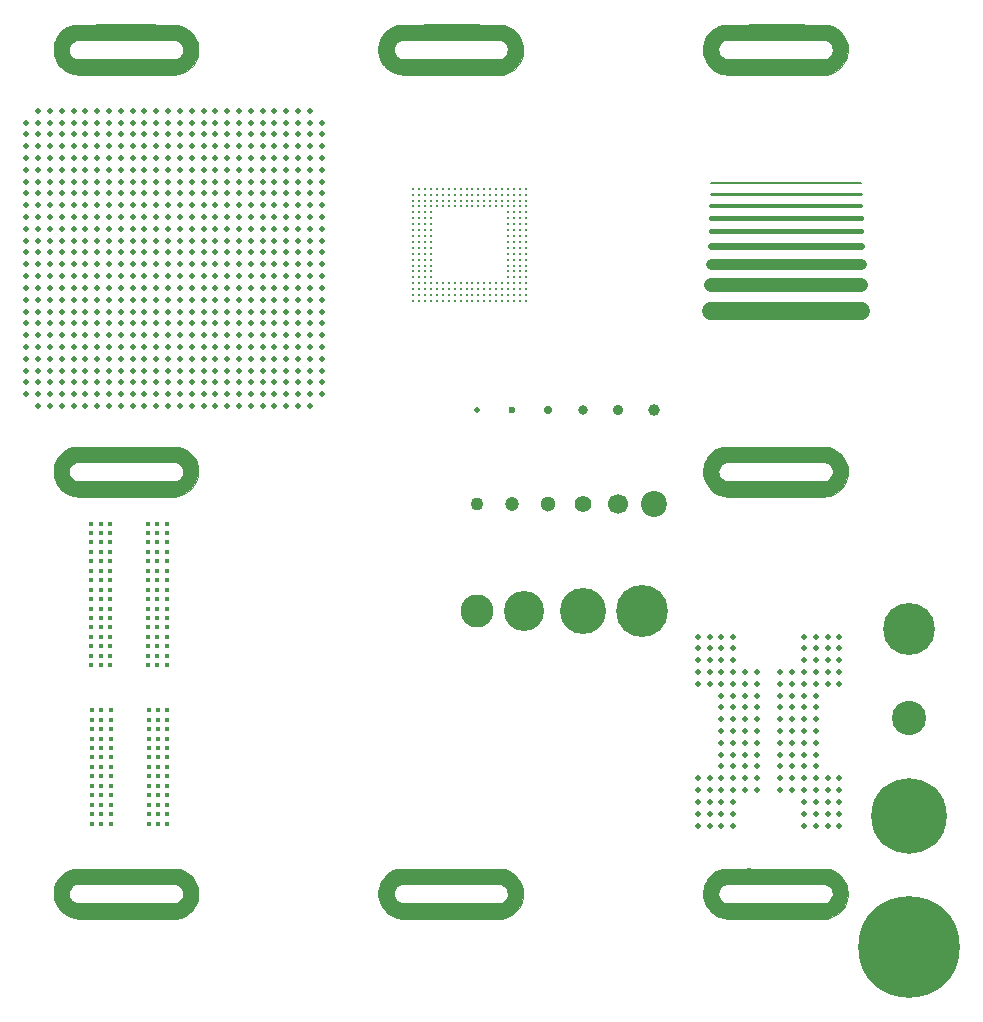
<source format=gbr>
%TF.GenerationSoftware,KiCad,Pcbnew,(5.1.10)-1*%
%TF.CreationDate,2022-01-31T16:37:24-08:00*%
%TF.ProjectId,TMPCB_Footprint-Side,544d5043-425f-4466-9f6f-747072696e74,rev?*%
%TF.SameCoordinates,Original*%
%TF.FileFunction,Soldermask,Bot*%
%TF.FilePolarity,Negative*%
%FSLAX46Y46*%
G04 Gerber Fmt 4.6, Leading zero omitted, Abs format (unit mm)*
G04 Created by KiCad (PCBNEW (5.1.10)-1) date 2022-01-31 16:37:24*
%MOMM*%
%LPD*%
G01*
G04 APERTURE LIST*
%ADD10C,0.254000*%
%ADD11C,0.914400*%
%ADD12C,1.219200*%
%ADD13C,0.203200*%
%ADD14C,1.524000*%
%ADD15C,0.406400*%
%ADD16C,0.457200*%
%ADD17C,0.304800*%
%ADD18C,0.609600*%
%ADD19C,0.010000*%
%ADD20C,0.400000*%
%ADD21C,0.500000*%
%ADD22C,0.600000*%
%ADD23C,0.700000*%
%ADD24C,0.800000*%
%ADD25C,0.900000*%
%ADD26C,1.000000*%
%ADD27C,1.100000*%
%ADD28C,1.400000*%
%ADD29C,1.700000*%
%ADD30C,2.200000*%
%ADD31C,2.800000*%
%ADD32C,3.400000*%
%ADD33C,1.200000*%
%ADD34C,1.300000*%
%ADD35C,3.900000*%
%ADD36C,4.400000*%
%ADD37C,8.600000*%
%ADD38C,6.400000*%
%ADD39C,2.900000*%
%ADD40C,0.250000*%
%ADD41C,0.420000*%
G04 APERTURE END LIST*
D10*
%TO.C,Trace-Width (mil)*%
X174371000Y-61468000D02*
X161671000Y-61468000D01*
D11*
X174371000Y-67437000D02*
X161671000Y-67437000D01*
D12*
X174371000Y-69215000D02*
X161671000Y-69215000D01*
D13*
X174371000Y-60579000D02*
X161671000Y-60579000D01*
D14*
X174371000Y-71374000D02*
X161671000Y-71374000D01*
D15*
X174371000Y-63500000D02*
X161671000Y-63500000D01*
D16*
X174371000Y-64643000D02*
X161671000Y-64643000D01*
D17*
X174371000Y-62484000D02*
X161671000Y-62484000D01*
D18*
X174371000Y-65913000D02*
X161671000Y-65913000D01*
D19*
%TO.C,Outline*%
G36*
X167596349Y-47124437D02*
G01*
X167967845Y-47124735D01*
X168333686Y-47125204D01*
X168691345Y-47125845D01*
X169038299Y-47126657D01*
X169372020Y-47127640D01*
X169689984Y-47128795D01*
X169989664Y-47130121D01*
X170268535Y-47131618D01*
X170524071Y-47133287D01*
X170753747Y-47135127D01*
X170955036Y-47137139D01*
X171125414Y-47139322D01*
X171262354Y-47141676D01*
X171363330Y-47144201D01*
X171425818Y-47146898D01*
X171442303Y-47148374D01*
X171670402Y-47195346D01*
X171903749Y-47271097D01*
X172128034Y-47369972D01*
X172328945Y-47486317D01*
X172370750Y-47515243D01*
X172502090Y-47621609D01*
X172639401Y-47753849D01*
X172770816Y-47899444D01*
X172884471Y-48045876D01*
X172912335Y-48086591D01*
X173055351Y-48340276D01*
X173161972Y-48611269D01*
X173230796Y-48893845D01*
X173260419Y-49182278D01*
X173250085Y-49464919D01*
X173218573Y-49681734D01*
X173171088Y-49875397D01*
X173102527Y-50063671D01*
X173037112Y-50206138D01*
X172887782Y-50462323D01*
X172705880Y-50692617D01*
X172493755Y-50895056D01*
X172253757Y-51067678D01*
X171988237Y-51208519D01*
X171714583Y-51311065D01*
X171524083Y-51369383D01*
X167195500Y-51372375D01*
X166768992Y-51372581D01*
X166352930Y-51372608D01*
X165949361Y-51372463D01*
X165560333Y-51372153D01*
X165187895Y-51371685D01*
X164834093Y-51371066D01*
X164500978Y-51370304D01*
X164190596Y-51369404D01*
X163904997Y-51368375D01*
X163646227Y-51367224D01*
X163416336Y-51365956D01*
X163217371Y-51364580D01*
X163051380Y-51363103D01*
X162920412Y-51361531D01*
X162826516Y-51359872D01*
X162771738Y-51358132D01*
X162758810Y-51357108D01*
X162477788Y-51288583D01*
X162210211Y-51181631D01*
X161959774Y-51039025D01*
X161730176Y-50863534D01*
X161525111Y-50657928D01*
X161348277Y-50424978D01*
X161221764Y-50205216D01*
X161131946Y-50003329D01*
X161068565Y-49805871D01*
X161028978Y-49600775D01*
X161010542Y-49375975D01*
X161009316Y-49289212D01*
X162290325Y-49289212D01*
X162316453Y-49464230D01*
X162378045Y-49629163D01*
X162471694Y-49778065D01*
X162593993Y-49904988D01*
X162741535Y-50003984D01*
X162839868Y-50047181D01*
X162853956Y-50051933D01*
X162869950Y-50056293D01*
X162889628Y-50060275D01*
X162914770Y-50063895D01*
X162947152Y-50067167D01*
X162988554Y-50070105D01*
X163040754Y-50072725D01*
X163105531Y-50075040D01*
X163184661Y-50077066D01*
X163279925Y-50078817D01*
X163393100Y-50080308D01*
X163525964Y-50081554D01*
X163680297Y-50082568D01*
X163857875Y-50083367D01*
X164060479Y-50083965D01*
X164289885Y-50084375D01*
X164547873Y-50084614D01*
X164836220Y-50084695D01*
X165156705Y-50084634D01*
X165511107Y-50084444D01*
X165901203Y-50084141D01*
X166328772Y-50083739D01*
X166795593Y-50083254D01*
X167163750Y-50082853D01*
X171375916Y-50078216D01*
X171504640Y-50010921D01*
X171666306Y-49904152D01*
X171795495Y-49770463D01*
X171891132Y-49611329D01*
X171952139Y-49428223D01*
X171960440Y-49386921D01*
X171970310Y-49217618D01*
X171942736Y-49047119D01*
X171881458Y-48883568D01*
X171790216Y-48735104D01*
X171672749Y-48609870D01*
X171569609Y-48536039D01*
X171546578Y-48521994D01*
X171526217Y-48509085D01*
X171506742Y-48497266D01*
X171486368Y-48486491D01*
X171463308Y-48476716D01*
X171435779Y-48467894D01*
X171401994Y-48459980D01*
X171360169Y-48452929D01*
X171308518Y-48446695D01*
X171245257Y-48441232D01*
X171168599Y-48436495D01*
X171076761Y-48432438D01*
X170967956Y-48429016D01*
X170840400Y-48426183D01*
X170692307Y-48423894D01*
X170521893Y-48422103D01*
X170327371Y-48420765D01*
X170106958Y-48419834D01*
X169858867Y-48419264D01*
X169581314Y-48419010D01*
X169272513Y-48419026D01*
X168930679Y-48419268D01*
X168554027Y-48419688D01*
X168140772Y-48420242D01*
X167689129Y-48420885D01*
X167197312Y-48421570D01*
X167088821Y-48421715D01*
X162930416Y-48427216D01*
X162807976Y-48476636D01*
X162658609Y-48558808D01*
X162526988Y-48674263D01*
X162418968Y-48815658D01*
X162340403Y-48975648D01*
X162303068Y-49110058D01*
X162290325Y-49289212D01*
X161009316Y-49289212D01*
X161008501Y-49231550D01*
X161010780Y-49095140D01*
X161016736Y-48987466D01*
X161027859Y-48894988D01*
X161045641Y-48804165D01*
X161063555Y-48731616D01*
X161158656Y-48447508D01*
X161288430Y-48184131D01*
X161450032Y-47944049D01*
X161640617Y-47729824D01*
X161857339Y-47544018D01*
X162097353Y-47389194D01*
X162357812Y-47267916D01*
X162635871Y-47182744D01*
X162821696Y-47148374D01*
X162863090Y-47145588D01*
X162944291Y-47142973D01*
X163062775Y-47140529D01*
X163216014Y-47138257D01*
X163401483Y-47136156D01*
X163616657Y-47134226D01*
X163859010Y-47132468D01*
X164126016Y-47130881D01*
X164415149Y-47129466D01*
X164723884Y-47128222D01*
X165049696Y-47127149D01*
X165390057Y-47126247D01*
X165742444Y-47125517D01*
X166104330Y-47124958D01*
X166473189Y-47124571D01*
X166846495Y-47124355D01*
X167221724Y-47124310D01*
X167596349Y-47124437D01*
G37*
X167596349Y-47124437D02*
X167967845Y-47124735D01*
X168333686Y-47125204D01*
X168691345Y-47125845D01*
X169038299Y-47126657D01*
X169372020Y-47127640D01*
X169689984Y-47128795D01*
X169989664Y-47130121D01*
X170268535Y-47131618D01*
X170524071Y-47133287D01*
X170753747Y-47135127D01*
X170955036Y-47137139D01*
X171125414Y-47139322D01*
X171262354Y-47141676D01*
X171363330Y-47144201D01*
X171425818Y-47146898D01*
X171442303Y-47148374D01*
X171670402Y-47195346D01*
X171903749Y-47271097D01*
X172128034Y-47369972D01*
X172328945Y-47486317D01*
X172370750Y-47515243D01*
X172502090Y-47621609D01*
X172639401Y-47753849D01*
X172770816Y-47899444D01*
X172884471Y-48045876D01*
X172912335Y-48086591D01*
X173055351Y-48340276D01*
X173161972Y-48611269D01*
X173230796Y-48893845D01*
X173260419Y-49182278D01*
X173250085Y-49464919D01*
X173218573Y-49681734D01*
X173171088Y-49875397D01*
X173102527Y-50063671D01*
X173037112Y-50206138D01*
X172887782Y-50462323D01*
X172705880Y-50692617D01*
X172493755Y-50895056D01*
X172253757Y-51067678D01*
X171988237Y-51208519D01*
X171714583Y-51311065D01*
X171524083Y-51369383D01*
X167195500Y-51372375D01*
X166768992Y-51372581D01*
X166352930Y-51372608D01*
X165949361Y-51372463D01*
X165560333Y-51372153D01*
X165187895Y-51371685D01*
X164834093Y-51371066D01*
X164500978Y-51370304D01*
X164190596Y-51369404D01*
X163904997Y-51368375D01*
X163646227Y-51367224D01*
X163416336Y-51365956D01*
X163217371Y-51364580D01*
X163051380Y-51363103D01*
X162920412Y-51361531D01*
X162826516Y-51359872D01*
X162771738Y-51358132D01*
X162758810Y-51357108D01*
X162477788Y-51288583D01*
X162210211Y-51181631D01*
X161959774Y-51039025D01*
X161730176Y-50863534D01*
X161525111Y-50657928D01*
X161348277Y-50424978D01*
X161221764Y-50205216D01*
X161131946Y-50003329D01*
X161068565Y-49805871D01*
X161028978Y-49600775D01*
X161010542Y-49375975D01*
X161009316Y-49289212D01*
X162290325Y-49289212D01*
X162316453Y-49464230D01*
X162378045Y-49629163D01*
X162471694Y-49778065D01*
X162593993Y-49904988D01*
X162741535Y-50003984D01*
X162839868Y-50047181D01*
X162853956Y-50051933D01*
X162869950Y-50056293D01*
X162889628Y-50060275D01*
X162914770Y-50063895D01*
X162947152Y-50067167D01*
X162988554Y-50070105D01*
X163040754Y-50072725D01*
X163105531Y-50075040D01*
X163184661Y-50077066D01*
X163279925Y-50078817D01*
X163393100Y-50080308D01*
X163525964Y-50081554D01*
X163680297Y-50082568D01*
X163857875Y-50083367D01*
X164060479Y-50083965D01*
X164289885Y-50084375D01*
X164547873Y-50084614D01*
X164836220Y-50084695D01*
X165156705Y-50084634D01*
X165511107Y-50084444D01*
X165901203Y-50084141D01*
X166328772Y-50083739D01*
X166795593Y-50083254D01*
X167163750Y-50082853D01*
X171375916Y-50078216D01*
X171504640Y-50010921D01*
X171666306Y-49904152D01*
X171795495Y-49770463D01*
X171891132Y-49611329D01*
X171952139Y-49428223D01*
X171960440Y-49386921D01*
X171970310Y-49217618D01*
X171942736Y-49047119D01*
X171881458Y-48883568D01*
X171790216Y-48735104D01*
X171672749Y-48609870D01*
X171569609Y-48536039D01*
X171546578Y-48521994D01*
X171526217Y-48509085D01*
X171506742Y-48497266D01*
X171486368Y-48486491D01*
X171463308Y-48476716D01*
X171435779Y-48467894D01*
X171401994Y-48459980D01*
X171360169Y-48452929D01*
X171308518Y-48446695D01*
X171245257Y-48441232D01*
X171168599Y-48436495D01*
X171076761Y-48432438D01*
X170967956Y-48429016D01*
X170840400Y-48426183D01*
X170692307Y-48423894D01*
X170521893Y-48422103D01*
X170327371Y-48420765D01*
X170106958Y-48419834D01*
X169858867Y-48419264D01*
X169581314Y-48419010D01*
X169272513Y-48419026D01*
X168930679Y-48419268D01*
X168554027Y-48419688D01*
X168140772Y-48420242D01*
X167689129Y-48420885D01*
X167197312Y-48421570D01*
X167088821Y-48421715D01*
X162930416Y-48427216D01*
X162807976Y-48476636D01*
X162658609Y-48558808D01*
X162526988Y-48674263D01*
X162418968Y-48815658D01*
X162340403Y-48975648D01*
X162303068Y-49110058D01*
X162290325Y-49289212D01*
X161009316Y-49289212D01*
X161008501Y-49231550D01*
X161010780Y-49095140D01*
X161016736Y-48987466D01*
X161027859Y-48894988D01*
X161045641Y-48804165D01*
X161063555Y-48731616D01*
X161158656Y-48447508D01*
X161288430Y-48184131D01*
X161450032Y-47944049D01*
X161640617Y-47729824D01*
X161857339Y-47544018D01*
X162097353Y-47389194D01*
X162357812Y-47267916D01*
X162635871Y-47182744D01*
X162821696Y-47148374D01*
X162863090Y-47145588D01*
X162944291Y-47142973D01*
X163062775Y-47140529D01*
X163216014Y-47138257D01*
X163401483Y-47136156D01*
X163616657Y-47134226D01*
X163859010Y-47132468D01*
X164126016Y-47130881D01*
X164415149Y-47129466D01*
X164723884Y-47128222D01*
X165049696Y-47127149D01*
X165390057Y-47126247D01*
X165742444Y-47125517D01*
X166104330Y-47124958D01*
X166473189Y-47124571D01*
X166846495Y-47124355D01*
X167221724Y-47124310D01*
X167596349Y-47124437D01*
G36*
X140100849Y-47124437D02*
G01*
X140472345Y-47124735D01*
X140838186Y-47125204D01*
X141195845Y-47125845D01*
X141542799Y-47126657D01*
X141876520Y-47127640D01*
X142194484Y-47128795D01*
X142494164Y-47130121D01*
X142773035Y-47131618D01*
X143028571Y-47133287D01*
X143258247Y-47135127D01*
X143459536Y-47137139D01*
X143629914Y-47139322D01*
X143766854Y-47141676D01*
X143867830Y-47144201D01*
X143930318Y-47146898D01*
X143946803Y-47148374D01*
X144234486Y-47208931D01*
X144505973Y-47308433D01*
X144761738Y-47447116D01*
X145002255Y-47625210D01*
X145105453Y-47718095D01*
X145308864Y-47940015D01*
X145475699Y-48182806D01*
X145605110Y-48444720D01*
X145696249Y-48724012D01*
X145748268Y-49018935D01*
X145751162Y-49047897D01*
X145759375Y-49351258D01*
X145727755Y-49644361D01*
X145658122Y-49924521D01*
X145552296Y-50189052D01*
X145412095Y-50435266D01*
X145239339Y-50660478D01*
X145035846Y-50862002D01*
X144803436Y-51037151D01*
X144543928Y-51183239D01*
X144259140Y-51297579D01*
X144219083Y-51310366D01*
X144028583Y-51369383D01*
X139689416Y-51373168D01*
X139173699Y-51373581D01*
X138698662Y-51373880D01*
X138262653Y-51374055D01*
X137864018Y-51374096D01*
X137501104Y-51373993D01*
X137172260Y-51373738D01*
X136875831Y-51373320D01*
X136610165Y-51372730D01*
X136373609Y-51371959D01*
X136164510Y-51370996D01*
X135981215Y-51369833D01*
X135822071Y-51368460D01*
X135685426Y-51366867D01*
X135569626Y-51365045D01*
X135473019Y-51362985D01*
X135393951Y-51360676D01*
X135330771Y-51358109D01*
X135281824Y-51355275D01*
X135245457Y-51352165D01*
X135220019Y-51348768D01*
X135212666Y-51347355D01*
X134914534Y-51263039D01*
X134638976Y-51143588D01*
X134387319Y-50989838D01*
X134160890Y-50802628D01*
X133961018Y-50582796D01*
X133922650Y-50532710D01*
X133764556Y-50285188D01*
X133642765Y-50018970D01*
X133558286Y-49738740D01*
X133512127Y-49449178D01*
X133509179Y-49322146D01*
X134797275Y-49322146D01*
X134823788Y-49481163D01*
X134879898Y-49632783D01*
X134965368Y-49771947D01*
X135079956Y-49893597D01*
X135223423Y-49992675D01*
X135346627Y-50047976D01*
X135360622Y-50052636D01*
X135376883Y-50056911D01*
X135397185Y-50060815D01*
X135423307Y-50064363D01*
X135457024Y-50067569D01*
X135500112Y-50070448D01*
X135554349Y-50073013D01*
X135621510Y-50075280D01*
X135703373Y-50077262D01*
X135801713Y-50078973D01*
X135918308Y-50080429D01*
X136054935Y-50081643D01*
X136213368Y-50082630D01*
X136395386Y-50083405D01*
X136602764Y-50083980D01*
X136837279Y-50084372D01*
X137100708Y-50084593D01*
X137394827Y-50084659D01*
X137721413Y-50084584D01*
X138082243Y-50084382D01*
X138479092Y-50084068D01*
X138913737Y-50083655D01*
X139387955Y-50083158D01*
X139668250Y-50082853D01*
X143880416Y-50078216D01*
X144007416Y-50011196D01*
X144161427Y-49908544D01*
X144284750Y-49782761D01*
X144377100Y-49639139D01*
X144438196Y-49482971D01*
X144467755Y-49319550D01*
X144465493Y-49154167D01*
X144431128Y-48992115D01*
X144364378Y-48838686D01*
X144264958Y-48699172D01*
X144132587Y-48578866D01*
X144085674Y-48546843D01*
X144062673Y-48531553D01*
X144042531Y-48517495D01*
X144023470Y-48504620D01*
X144003710Y-48492880D01*
X143981473Y-48482224D01*
X143954980Y-48472602D01*
X143922453Y-48463967D01*
X143882113Y-48456267D01*
X143832182Y-48449454D01*
X143770880Y-48443478D01*
X143696428Y-48438290D01*
X143607049Y-48433840D01*
X143500964Y-48430080D01*
X143376393Y-48426958D01*
X143231559Y-48424427D01*
X143064682Y-48422436D01*
X142873984Y-48420936D01*
X142657687Y-48419878D01*
X142414011Y-48419212D01*
X142141177Y-48418889D01*
X141837408Y-48418859D01*
X141500924Y-48419073D01*
X141129948Y-48419482D01*
X140722699Y-48420035D01*
X140277400Y-48420684D01*
X139792271Y-48421379D01*
X139582563Y-48421664D01*
X135413750Y-48427216D01*
X135273166Y-48495996D01*
X135117062Y-48593162D01*
X134991993Y-48713284D01*
X134897720Y-48851302D01*
X134834002Y-49002157D01*
X134800600Y-49160791D01*
X134797275Y-49322146D01*
X133509179Y-49322146D01*
X133505298Y-49154968D01*
X133538809Y-48860791D01*
X133550051Y-48804201D01*
X133630729Y-48523649D01*
X133748011Y-48260366D01*
X133898743Y-48017296D01*
X134079769Y-47797377D01*
X134287935Y-47603551D01*
X134520086Y-47438760D01*
X134773067Y-47305943D01*
X135043724Y-47208043D01*
X135326196Y-47148374D01*
X135367590Y-47145588D01*
X135448791Y-47142973D01*
X135567275Y-47140529D01*
X135720514Y-47138257D01*
X135905983Y-47136156D01*
X136121157Y-47134226D01*
X136363510Y-47132468D01*
X136630516Y-47130881D01*
X136919649Y-47129466D01*
X137228384Y-47128222D01*
X137554196Y-47127149D01*
X137894557Y-47126247D01*
X138246944Y-47125517D01*
X138608830Y-47124958D01*
X138977689Y-47124571D01*
X139350995Y-47124355D01*
X139726224Y-47124310D01*
X140100849Y-47124437D01*
G37*
X140100849Y-47124437D02*
X140472345Y-47124735D01*
X140838186Y-47125204D01*
X141195845Y-47125845D01*
X141542799Y-47126657D01*
X141876520Y-47127640D01*
X142194484Y-47128795D01*
X142494164Y-47130121D01*
X142773035Y-47131618D01*
X143028571Y-47133287D01*
X143258247Y-47135127D01*
X143459536Y-47137139D01*
X143629914Y-47139322D01*
X143766854Y-47141676D01*
X143867830Y-47144201D01*
X143930318Y-47146898D01*
X143946803Y-47148374D01*
X144234486Y-47208931D01*
X144505973Y-47308433D01*
X144761738Y-47447116D01*
X145002255Y-47625210D01*
X145105453Y-47718095D01*
X145308864Y-47940015D01*
X145475699Y-48182806D01*
X145605110Y-48444720D01*
X145696249Y-48724012D01*
X145748268Y-49018935D01*
X145751162Y-49047897D01*
X145759375Y-49351258D01*
X145727755Y-49644361D01*
X145658122Y-49924521D01*
X145552296Y-50189052D01*
X145412095Y-50435266D01*
X145239339Y-50660478D01*
X145035846Y-50862002D01*
X144803436Y-51037151D01*
X144543928Y-51183239D01*
X144259140Y-51297579D01*
X144219083Y-51310366D01*
X144028583Y-51369383D01*
X139689416Y-51373168D01*
X139173699Y-51373581D01*
X138698662Y-51373880D01*
X138262653Y-51374055D01*
X137864018Y-51374096D01*
X137501104Y-51373993D01*
X137172260Y-51373738D01*
X136875831Y-51373320D01*
X136610165Y-51372730D01*
X136373609Y-51371959D01*
X136164510Y-51370996D01*
X135981215Y-51369833D01*
X135822071Y-51368460D01*
X135685426Y-51366867D01*
X135569626Y-51365045D01*
X135473019Y-51362985D01*
X135393951Y-51360676D01*
X135330771Y-51358109D01*
X135281824Y-51355275D01*
X135245457Y-51352165D01*
X135220019Y-51348768D01*
X135212666Y-51347355D01*
X134914534Y-51263039D01*
X134638976Y-51143588D01*
X134387319Y-50989838D01*
X134160890Y-50802628D01*
X133961018Y-50582796D01*
X133922650Y-50532710D01*
X133764556Y-50285188D01*
X133642765Y-50018970D01*
X133558286Y-49738740D01*
X133512127Y-49449178D01*
X133509179Y-49322146D01*
X134797275Y-49322146D01*
X134823788Y-49481163D01*
X134879898Y-49632783D01*
X134965368Y-49771947D01*
X135079956Y-49893597D01*
X135223423Y-49992675D01*
X135346627Y-50047976D01*
X135360622Y-50052636D01*
X135376883Y-50056911D01*
X135397185Y-50060815D01*
X135423307Y-50064363D01*
X135457024Y-50067569D01*
X135500112Y-50070448D01*
X135554349Y-50073013D01*
X135621510Y-50075280D01*
X135703373Y-50077262D01*
X135801713Y-50078973D01*
X135918308Y-50080429D01*
X136054935Y-50081643D01*
X136213368Y-50082630D01*
X136395386Y-50083405D01*
X136602764Y-50083980D01*
X136837279Y-50084372D01*
X137100708Y-50084593D01*
X137394827Y-50084659D01*
X137721413Y-50084584D01*
X138082243Y-50084382D01*
X138479092Y-50084068D01*
X138913737Y-50083655D01*
X139387955Y-50083158D01*
X139668250Y-50082853D01*
X143880416Y-50078216D01*
X144007416Y-50011196D01*
X144161427Y-49908544D01*
X144284750Y-49782761D01*
X144377100Y-49639139D01*
X144438196Y-49482971D01*
X144467755Y-49319550D01*
X144465493Y-49154167D01*
X144431128Y-48992115D01*
X144364378Y-48838686D01*
X144264958Y-48699172D01*
X144132587Y-48578866D01*
X144085674Y-48546843D01*
X144062673Y-48531553D01*
X144042531Y-48517495D01*
X144023470Y-48504620D01*
X144003710Y-48492880D01*
X143981473Y-48482224D01*
X143954980Y-48472602D01*
X143922453Y-48463967D01*
X143882113Y-48456267D01*
X143832182Y-48449454D01*
X143770880Y-48443478D01*
X143696428Y-48438290D01*
X143607049Y-48433840D01*
X143500964Y-48430080D01*
X143376393Y-48426958D01*
X143231559Y-48424427D01*
X143064682Y-48422436D01*
X142873984Y-48420936D01*
X142657687Y-48419878D01*
X142414011Y-48419212D01*
X142141177Y-48418889D01*
X141837408Y-48418859D01*
X141500924Y-48419073D01*
X141129948Y-48419482D01*
X140722699Y-48420035D01*
X140277400Y-48420684D01*
X139792271Y-48421379D01*
X139582563Y-48421664D01*
X135413750Y-48427216D01*
X135273166Y-48495996D01*
X135117062Y-48593162D01*
X134991993Y-48713284D01*
X134897720Y-48851302D01*
X134834002Y-49002157D01*
X134800600Y-49160791D01*
X134797275Y-49322146D01*
X133509179Y-49322146D01*
X133505298Y-49154968D01*
X133538809Y-48860791D01*
X133550051Y-48804201D01*
X133630729Y-48523649D01*
X133748011Y-48260366D01*
X133898743Y-48017296D01*
X134079769Y-47797377D01*
X134287935Y-47603551D01*
X134520086Y-47438760D01*
X134773067Y-47305943D01*
X135043724Y-47208043D01*
X135326196Y-47148374D01*
X135367590Y-47145588D01*
X135448791Y-47142973D01*
X135567275Y-47140529D01*
X135720514Y-47138257D01*
X135905983Y-47136156D01*
X136121157Y-47134226D01*
X136363510Y-47132468D01*
X136630516Y-47130881D01*
X136919649Y-47129466D01*
X137228384Y-47128222D01*
X137554196Y-47127149D01*
X137894557Y-47126247D01*
X138246944Y-47125517D01*
X138608830Y-47124958D01*
X138977689Y-47124571D01*
X139350995Y-47124355D01*
X139726224Y-47124310D01*
X140100849Y-47124437D01*
G36*
X112613480Y-47121635D02*
G01*
X112988141Y-47122081D01*
X113357061Y-47122784D01*
X113717710Y-47123743D01*
X114067560Y-47124960D01*
X114404078Y-47126433D01*
X114724736Y-47128163D01*
X115027004Y-47130151D01*
X115308350Y-47132396D01*
X115566245Y-47134898D01*
X115798158Y-47137657D01*
X116001561Y-47140675D01*
X116173921Y-47143949D01*
X116312710Y-47147482D01*
X116415397Y-47151272D01*
X116479452Y-47155320D01*
X116494204Y-47157093D01*
X116783296Y-47224951D01*
X117056099Y-47331555D01*
X117310350Y-47475710D01*
X117543787Y-47656221D01*
X117669996Y-47778409D01*
X117865211Y-48012367D01*
X118022745Y-48265345D01*
X118143485Y-48538915D01*
X118198467Y-48712966D01*
X118217036Y-48786131D01*
X118230308Y-48854449D01*
X118239123Y-48927424D01*
X118244325Y-49014558D01*
X118246757Y-49125355D01*
X118247267Y-49263300D01*
X118246472Y-49405561D01*
X118243811Y-49514700D01*
X118238456Y-49599912D01*
X118229581Y-49670396D01*
X118216356Y-49735347D01*
X118198929Y-49800595D01*
X118094601Y-50092235D01*
X117957479Y-50359659D01*
X117789707Y-50600832D01*
X117593429Y-50813723D01*
X117370789Y-50996297D01*
X117123932Y-51146521D01*
X116855003Y-51262363D01*
X116575416Y-51339885D01*
X116551799Y-51344523D01*
X116526328Y-51348783D01*
X116497207Y-51352679D01*
X116462635Y-51356226D01*
X116420814Y-51359441D01*
X116369946Y-51362339D01*
X116308231Y-51364934D01*
X116233871Y-51367242D01*
X116145068Y-51369278D01*
X116040022Y-51371058D01*
X115916935Y-51372597D01*
X115774008Y-51373909D01*
X115609443Y-51375011D01*
X115421440Y-51375918D01*
X115208201Y-51376644D01*
X114967928Y-51377206D01*
X114698821Y-51377617D01*
X114399082Y-51377895D01*
X114066911Y-51378053D01*
X113700512Y-51378107D01*
X113298084Y-51378073D01*
X112857829Y-51377966D01*
X112377948Y-51377800D01*
X112119833Y-51377699D01*
X111600570Y-51377444D01*
X111122082Y-51377103D01*
X110682812Y-51376668D01*
X110281200Y-51376126D01*
X109915690Y-51375469D01*
X109584723Y-51374686D01*
X109286741Y-51373766D01*
X109020186Y-51372699D01*
X108783500Y-51371475D01*
X108575126Y-51370083D01*
X108393504Y-51368512D01*
X108237077Y-51366754D01*
X108104287Y-51364796D01*
X107993576Y-51362629D01*
X107903386Y-51360243D01*
X107832159Y-51357626D01*
X107778337Y-51354769D01*
X107740362Y-51351662D01*
X107717166Y-51348392D01*
X107433146Y-51270314D01*
X107164377Y-51154535D01*
X106914555Y-51003990D01*
X106687379Y-50821613D01*
X106486545Y-50610340D01*
X106315751Y-50373106D01*
X106188631Y-50135107D01*
X106106918Y-49914803D01*
X106048205Y-49671107D01*
X106014414Y-49417336D01*
X106008207Y-49193582D01*
X107299413Y-49193582D01*
X107304401Y-49371669D01*
X107345718Y-49542075D01*
X107420616Y-49699330D01*
X107526345Y-49837964D01*
X107660158Y-49952505D01*
X107819305Y-50037483D01*
X107854750Y-50050734D01*
X107869032Y-50055092D01*
X107886961Y-50059088D01*
X107910308Y-50062735D01*
X107940842Y-50066047D01*
X107980335Y-50069036D01*
X108030559Y-50071717D01*
X108093282Y-50074101D01*
X108170277Y-50076203D01*
X108263314Y-50078036D01*
X108374164Y-50079612D01*
X108504597Y-50080945D01*
X108656385Y-50082049D01*
X108831298Y-50082936D01*
X109031107Y-50083620D01*
X109257584Y-50084114D01*
X109512498Y-50084431D01*
X109797620Y-50084584D01*
X110114722Y-50084587D01*
X110465574Y-50084453D01*
X110851946Y-50084195D01*
X111275611Y-50083826D01*
X111738338Y-50083360D01*
X112162166Y-50082898D01*
X116363750Y-50078216D01*
X116484782Y-50021488D01*
X116637052Y-49927988D01*
X116769488Y-49802777D01*
X116872565Y-49655206D01*
X116887809Y-49625889D01*
X116924120Y-49545516D01*
X116946164Y-49474546D01*
X116958143Y-49395098D01*
X116963745Y-49302717D01*
X116960433Y-49136361D01*
X116933775Y-48995117D01*
X116880564Y-48866862D01*
X116824561Y-48776540D01*
X116701852Y-48636555D01*
X116553200Y-48528322D01*
X116397062Y-48459832D01*
X116257916Y-48415454D01*
X107917350Y-48427216D01*
X107780216Y-48496025D01*
X107615993Y-48597372D01*
X107487269Y-48720014D01*
X107391263Y-48867171D01*
X107333503Y-49013285D01*
X107299413Y-49193582D01*
X106008207Y-49193582D01*
X106007464Y-49166808D01*
X106022151Y-48980417D01*
X106081885Y-48686613D01*
X106178825Y-48409871D01*
X106310406Y-48152861D01*
X106474065Y-47918254D01*
X106667237Y-47708720D01*
X106887359Y-47526928D01*
X107131867Y-47375551D01*
X107398198Y-47257257D01*
X107683787Y-47174718D01*
X107772394Y-47157405D01*
X107817723Y-47153245D01*
X107902854Y-47149341D01*
X108025257Y-47145692D01*
X108182402Y-47142298D01*
X108371759Y-47139159D01*
X108590798Y-47136276D01*
X108836989Y-47133648D01*
X109107802Y-47131276D01*
X109400706Y-47129160D01*
X109713171Y-47127299D01*
X110042667Y-47125695D01*
X110386664Y-47124346D01*
X110742632Y-47123254D01*
X111108041Y-47122417D01*
X111480360Y-47121837D01*
X111857060Y-47121513D01*
X112235610Y-47121446D01*
X112613480Y-47121635D01*
G37*
X112613480Y-47121635D02*
X112988141Y-47122081D01*
X113357061Y-47122784D01*
X113717710Y-47123743D01*
X114067560Y-47124960D01*
X114404078Y-47126433D01*
X114724736Y-47128163D01*
X115027004Y-47130151D01*
X115308350Y-47132396D01*
X115566245Y-47134898D01*
X115798158Y-47137657D01*
X116001561Y-47140675D01*
X116173921Y-47143949D01*
X116312710Y-47147482D01*
X116415397Y-47151272D01*
X116479452Y-47155320D01*
X116494204Y-47157093D01*
X116783296Y-47224951D01*
X117056099Y-47331555D01*
X117310350Y-47475710D01*
X117543787Y-47656221D01*
X117669996Y-47778409D01*
X117865211Y-48012367D01*
X118022745Y-48265345D01*
X118143485Y-48538915D01*
X118198467Y-48712966D01*
X118217036Y-48786131D01*
X118230308Y-48854449D01*
X118239123Y-48927424D01*
X118244325Y-49014558D01*
X118246757Y-49125355D01*
X118247267Y-49263300D01*
X118246472Y-49405561D01*
X118243811Y-49514700D01*
X118238456Y-49599912D01*
X118229581Y-49670396D01*
X118216356Y-49735347D01*
X118198929Y-49800595D01*
X118094601Y-50092235D01*
X117957479Y-50359659D01*
X117789707Y-50600832D01*
X117593429Y-50813723D01*
X117370789Y-50996297D01*
X117123932Y-51146521D01*
X116855003Y-51262363D01*
X116575416Y-51339885D01*
X116551799Y-51344523D01*
X116526328Y-51348783D01*
X116497207Y-51352679D01*
X116462635Y-51356226D01*
X116420814Y-51359441D01*
X116369946Y-51362339D01*
X116308231Y-51364934D01*
X116233871Y-51367242D01*
X116145068Y-51369278D01*
X116040022Y-51371058D01*
X115916935Y-51372597D01*
X115774008Y-51373909D01*
X115609443Y-51375011D01*
X115421440Y-51375918D01*
X115208201Y-51376644D01*
X114967928Y-51377206D01*
X114698821Y-51377617D01*
X114399082Y-51377895D01*
X114066911Y-51378053D01*
X113700512Y-51378107D01*
X113298084Y-51378073D01*
X112857829Y-51377966D01*
X112377948Y-51377800D01*
X112119833Y-51377699D01*
X111600570Y-51377444D01*
X111122082Y-51377103D01*
X110682812Y-51376668D01*
X110281200Y-51376126D01*
X109915690Y-51375469D01*
X109584723Y-51374686D01*
X109286741Y-51373766D01*
X109020186Y-51372699D01*
X108783500Y-51371475D01*
X108575126Y-51370083D01*
X108393504Y-51368512D01*
X108237077Y-51366754D01*
X108104287Y-51364796D01*
X107993576Y-51362629D01*
X107903386Y-51360243D01*
X107832159Y-51357626D01*
X107778337Y-51354769D01*
X107740362Y-51351662D01*
X107717166Y-51348392D01*
X107433146Y-51270314D01*
X107164377Y-51154535D01*
X106914555Y-51003990D01*
X106687379Y-50821613D01*
X106486545Y-50610340D01*
X106315751Y-50373106D01*
X106188631Y-50135107D01*
X106106918Y-49914803D01*
X106048205Y-49671107D01*
X106014414Y-49417336D01*
X106008207Y-49193582D01*
X107299413Y-49193582D01*
X107304401Y-49371669D01*
X107345718Y-49542075D01*
X107420616Y-49699330D01*
X107526345Y-49837964D01*
X107660158Y-49952505D01*
X107819305Y-50037483D01*
X107854750Y-50050734D01*
X107869032Y-50055092D01*
X107886961Y-50059088D01*
X107910308Y-50062735D01*
X107940842Y-50066047D01*
X107980335Y-50069036D01*
X108030559Y-50071717D01*
X108093282Y-50074101D01*
X108170277Y-50076203D01*
X108263314Y-50078036D01*
X108374164Y-50079612D01*
X108504597Y-50080945D01*
X108656385Y-50082049D01*
X108831298Y-50082936D01*
X109031107Y-50083620D01*
X109257584Y-50084114D01*
X109512498Y-50084431D01*
X109797620Y-50084584D01*
X110114722Y-50084587D01*
X110465574Y-50084453D01*
X110851946Y-50084195D01*
X111275611Y-50083826D01*
X111738338Y-50083360D01*
X112162166Y-50082898D01*
X116363750Y-50078216D01*
X116484782Y-50021488D01*
X116637052Y-49927988D01*
X116769488Y-49802777D01*
X116872565Y-49655206D01*
X116887809Y-49625889D01*
X116924120Y-49545516D01*
X116946164Y-49474546D01*
X116958143Y-49395098D01*
X116963745Y-49302717D01*
X116960433Y-49136361D01*
X116933775Y-48995117D01*
X116880564Y-48866862D01*
X116824561Y-48776540D01*
X116701852Y-48636555D01*
X116553200Y-48528322D01*
X116397062Y-48459832D01*
X116257916Y-48415454D01*
X107917350Y-48427216D01*
X107780216Y-48496025D01*
X107615993Y-48597372D01*
X107487269Y-48720014D01*
X107391263Y-48867171D01*
X107333503Y-49013285D01*
X107299413Y-49193582D01*
X106008207Y-49193582D01*
X106007464Y-49166808D01*
X106022151Y-48980417D01*
X106081885Y-48686613D01*
X106178825Y-48409871D01*
X106310406Y-48152861D01*
X106474065Y-47918254D01*
X106667237Y-47708720D01*
X106887359Y-47526928D01*
X107131867Y-47375551D01*
X107398198Y-47257257D01*
X107683787Y-47174718D01*
X107772394Y-47157405D01*
X107817723Y-47153245D01*
X107902854Y-47149341D01*
X108025257Y-47145692D01*
X108182402Y-47142298D01*
X108371759Y-47139159D01*
X108590798Y-47136276D01*
X108836989Y-47133648D01*
X109107802Y-47131276D01*
X109400706Y-47129160D01*
X109713171Y-47127299D01*
X110042667Y-47125695D01*
X110386664Y-47124346D01*
X110742632Y-47123254D01*
X111108041Y-47122417D01*
X111480360Y-47121837D01*
X111857060Y-47121513D01*
X112235610Y-47121446D01*
X112613480Y-47121635D01*
G36*
X171649812Y-82913566D02*
G01*
X171930477Y-83006338D01*
X172194865Y-83136284D01*
X172438714Y-83300376D01*
X172657763Y-83495588D01*
X172847749Y-83718891D01*
X172910600Y-83809207D01*
X173057066Y-84069630D01*
X173164395Y-84343066D01*
X173232370Y-84625876D01*
X173260776Y-84914422D01*
X173249396Y-85205064D01*
X173198013Y-85494164D01*
X173106412Y-85778083D01*
X173036933Y-85934550D01*
X172889919Y-86187633D01*
X172710795Y-86415844D01*
X172503236Y-86616414D01*
X172270918Y-86786574D01*
X172017515Y-86923556D01*
X171746703Y-87024589D01*
X171519753Y-87077713D01*
X171493899Y-87081485D01*
X171460261Y-87084948D01*
X171417097Y-87088114D01*
X171362669Y-87090994D01*
X171295236Y-87093601D01*
X171213060Y-87095947D01*
X171114400Y-87098042D01*
X170997517Y-87099899D01*
X170860671Y-87101531D01*
X170702122Y-87102948D01*
X170520132Y-87104162D01*
X170312960Y-87105186D01*
X170078866Y-87106032D01*
X169816112Y-87106710D01*
X169522957Y-87107234D01*
X169197662Y-87107614D01*
X168838487Y-87107863D01*
X168443692Y-87107993D01*
X168011538Y-87108015D01*
X167540286Y-87107941D01*
X167102769Y-87107810D01*
X166603534Y-87107621D01*
X166144835Y-87107407D01*
X165724871Y-87107153D01*
X165341844Y-87106841D01*
X164993955Y-87106457D01*
X164679406Y-87105984D01*
X164396398Y-87105404D01*
X164143132Y-87104703D01*
X163917809Y-87103864D01*
X163718631Y-87102870D01*
X163543798Y-87101705D01*
X163391513Y-87100354D01*
X163259975Y-87098799D01*
X163147387Y-87097024D01*
X163051950Y-87095014D01*
X162971865Y-87092751D01*
X162905333Y-87090220D01*
X162850556Y-87087404D01*
X162805734Y-87084287D01*
X162769069Y-87080853D01*
X162738762Y-87077085D01*
X162713015Y-87072967D01*
X162690028Y-87068483D01*
X162687000Y-87067840D01*
X162395852Y-86984869D01*
X162125698Y-86866068D01*
X161878708Y-86713528D01*
X161657050Y-86529337D01*
X161462896Y-86315583D01*
X161298414Y-86074357D01*
X161165774Y-85807747D01*
X161067147Y-85517841D01*
X161063729Y-85504989D01*
X161041433Y-85414205D01*
X161026139Y-85333162D01*
X161016599Y-85249783D01*
X161011565Y-85151990D01*
X161010141Y-85052294D01*
X162294512Y-85052294D01*
X162322796Y-85210621D01*
X162380684Y-85361582D01*
X162467793Y-85500212D01*
X162583741Y-85621545D01*
X162728146Y-85720617D01*
X162888083Y-85788561D01*
X162905943Y-85791860D01*
X162938927Y-85794879D01*
X162988567Y-85797627D01*
X163056395Y-85800112D01*
X163143946Y-85802341D01*
X163252752Y-85804324D01*
X163384346Y-85806069D01*
X163540261Y-85807583D01*
X163722030Y-85808875D01*
X163931186Y-85809954D01*
X164169262Y-85810827D01*
X164437791Y-85811503D01*
X164738305Y-85811989D01*
X165072338Y-85812295D01*
X165441424Y-85812429D01*
X165847093Y-85812398D01*
X166290881Y-85812211D01*
X166774319Y-85811876D01*
X167163750Y-85811532D01*
X171354750Y-85807550D01*
X171483963Y-85747832D01*
X171635294Y-85655953D01*
X171762881Y-85534508D01*
X171863221Y-85390125D01*
X171932811Y-85229432D01*
X171968149Y-85059057D01*
X171965730Y-84885629D01*
X171959762Y-84847609D01*
X171906271Y-84668317D01*
X171817261Y-84505490D01*
X171697397Y-84365240D01*
X171551345Y-84253683D01*
X171475782Y-84213277D01*
X171354750Y-84156550D01*
X162908359Y-84156550D01*
X162767862Y-84225716D01*
X162610507Y-84323964D01*
X162485046Y-84444638D01*
X162391098Y-84582774D01*
X162328281Y-84733405D01*
X162296213Y-84891567D01*
X162294512Y-85052294D01*
X161010141Y-85052294D01*
X161009789Y-85027706D01*
X161009706Y-84982050D01*
X161010695Y-84847771D01*
X161014516Y-84743610D01*
X161022446Y-84657378D01*
X161035766Y-84576887D01*
X161055754Y-84489951D01*
X161065183Y-84453380D01*
X161160986Y-84169070D01*
X161292279Y-83905190D01*
X161456313Y-83664416D01*
X161650339Y-83449428D01*
X161871606Y-83262904D01*
X162117366Y-83107521D01*
X162384868Y-82985959D01*
X162655250Y-82904559D01*
X162676320Y-82899988D01*
X162699564Y-82895787D01*
X162726759Y-82891939D01*
X162759682Y-82888430D01*
X162800110Y-82885244D01*
X162849821Y-82882364D01*
X162910591Y-82879777D01*
X162984199Y-82877465D01*
X163072422Y-82875415D01*
X163177036Y-82873609D01*
X163299820Y-82872033D01*
X163442550Y-82870671D01*
X163607004Y-82869508D01*
X163794959Y-82868528D01*
X164008193Y-82867716D01*
X164248482Y-82867055D01*
X164517605Y-82866531D01*
X164817337Y-82866129D01*
X165149458Y-82865831D01*
X165515743Y-82865624D01*
X165917971Y-82865491D01*
X166357918Y-82865417D01*
X166837362Y-82865387D01*
X167142583Y-82865383D01*
X171460583Y-82865383D01*
X171649812Y-82913566D01*
G37*
X171649812Y-82913566D02*
X171930477Y-83006338D01*
X172194865Y-83136284D01*
X172438714Y-83300376D01*
X172657763Y-83495588D01*
X172847749Y-83718891D01*
X172910600Y-83809207D01*
X173057066Y-84069630D01*
X173164395Y-84343066D01*
X173232370Y-84625876D01*
X173260776Y-84914422D01*
X173249396Y-85205064D01*
X173198013Y-85494164D01*
X173106412Y-85778083D01*
X173036933Y-85934550D01*
X172889919Y-86187633D01*
X172710795Y-86415844D01*
X172503236Y-86616414D01*
X172270918Y-86786574D01*
X172017515Y-86923556D01*
X171746703Y-87024589D01*
X171519753Y-87077713D01*
X171493899Y-87081485D01*
X171460261Y-87084948D01*
X171417097Y-87088114D01*
X171362669Y-87090994D01*
X171295236Y-87093601D01*
X171213060Y-87095947D01*
X171114400Y-87098042D01*
X170997517Y-87099899D01*
X170860671Y-87101531D01*
X170702122Y-87102948D01*
X170520132Y-87104162D01*
X170312960Y-87105186D01*
X170078866Y-87106032D01*
X169816112Y-87106710D01*
X169522957Y-87107234D01*
X169197662Y-87107614D01*
X168838487Y-87107863D01*
X168443692Y-87107993D01*
X168011538Y-87108015D01*
X167540286Y-87107941D01*
X167102769Y-87107810D01*
X166603534Y-87107621D01*
X166144835Y-87107407D01*
X165724871Y-87107153D01*
X165341844Y-87106841D01*
X164993955Y-87106457D01*
X164679406Y-87105984D01*
X164396398Y-87105404D01*
X164143132Y-87104703D01*
X163917809Y-87103864D01*
X163718631Y-87102870D01*
X163543798Y-87101705D01*
X163391513Y-87100354D01*
X163259975Y-87098799D01*
X163147387Y-87097024D01*
X163051950Y-87095014D01*
X162971865Y-87092751D01*
X162905333Y-87090220D01*
X162850556Y-87087404D01*
X162805734Y-87084287D01*
X162769069Y-87080853D01*
X162738762Y-87077085D01*
X162713015Y-87072967D01*
X162690028Y-87068483D01*
X162687000Y-87067840D01*
X162395852Y-86984869D01*
X162125698Y-86866068D01*
X161878708Y-86713528D01*
X161657050Y-86529337D01*
X161462896Y-86315583D01*
X161298414Y-86074357D01*
X161165774Y-85807747D01*
X161067147Y-85517841D01*
X161063729Y-85504989D01*
X161041433Y-85414205D01*
X161026139Y-85333162D01*
X161016599Y-85249783D01*
X161011565Y-85151990D01*
X161010141Y-85052294D01*
X162294512Y-85052294D01*
X162322796Y-85210621D01*
X162380684Y-85361582D01*
X162467793Y-85500212D01*
X162583741Y-85621545D01*
X162728146Y-85720617D01*
X162888083Y-85788561D01*
X162905943Y-85791860D01*
X162938927Y-85794879D01*
X162988567Y-85797627D01*
X163056395Y-85800112D01*
X163143946Y-85802341D01*
X163252752Y-85804324D01*
X163384346Y-85806069D01*
X163540261Y-85807583D01*
X163722030Y-85808875D01*
X163931186Y-85809954D01*
X164169262Y-85810827D01*
X164437791Y-85811503D01*
X164738305Y-85811989D01*
X165072338Y-85812295D01*
X165441424Y-85812429D01*
X165847093Y-85812398D01*
X166290881Y-85812211D01*
X166774319Y-85811876D01*
X167163750Y-85811532D01*
X171354750Y-85807550D01*
X171483963Y-85747832D01*
X171635294Y-85655953D01*
X171762881Y-85534508D01*
X171863221Y-85390125D01*
X171932811Y-85229432D01*
X171968149Y-85059057D01*
X171965730Y-84885629D01*
X171959762Y-84847609D01*
X171906271Y-84668317D01*
X171817261Y-84505490D01*
X171697397Y-84365240D01*
X171551345Y-84253683D01*
X171475782Y-84213277D01*
X171354750Y-84156550D01*
X162908359Y-84156550D01*
X162767862Y-84225716D01*
X162610507Y-84323964D01*
X162485046Y-84444638D01*
X162391098Y-84582774D01*
X162328281Y-84733405D01*
X162296213Y-84891567D01*
X162294512Y-85052294D01*
X161010141Y-85052294D01*
X161009789Y-85027706D01*
X161009706Y-84982050D01*
X161010695Y-84847771D01*
X161014516Y-84743610D01*
X161022446Y-84657378D01*
X161035766Y-84576887D01*
X161055754Y-84489951D01*
X161065183Y-84453380D01*
X161160986Y-84169070D01*
X161292279Y-83905190D01*
X161456313Y-83664416D01*
X161650339Y-83449428D01*
X161871606Y-83262904D01*
X162117366Y-83107521D01*
X162384868Y-82985959D01*
X162655250Y-82904559D01*
X162676320Y-82899988D01*
X162699564Y-82895787D01*
X162726759Y-82891939D01*
X162759682Y-82888430D01*
X162800110Y-82885244D01*
X162849821Y-82882364D01*
X162910591Y-82879777D01*
X162984199Y-82877465D01*
X163072422Y-82875415D01*
X163177036Y-82873609D01*
X163299820Y-82872033D01*
X163442550Y-82870671D01*
X163607004Y-82869508D01*
X163794959Y-82868528D01*
X164008193Y-82867716D01*
X164248482Y-82867055D01*
X164517605Y-82866531D01*
X164817337Y-82866129D01*
X165149458Y-82865831D01*
X165515743Y-82865624D01*
X165917971Y-82865491D01*
X166357918Y-82865417D01*
X166837362Y-82865387D01*
X167142583Y-82865383D01*
X171460583Y-82865383D01*
X171649812Y-82913566D01*
G36*
X116643031Y-82911691D02*
G01*
X116913425Y-82998802D01*
X117154053Y-83109295D01*
X117372984Y-83247559D01*
X117578288Y-83417985D01*
X117584702Y-83424000D01*
X117670266Y-83508344D01*
X117754743Y-83598201D01*
X117827104Y-83681499D01*
X117867973Y-83734059D01*
X117951703Y-83866102D01*
X118035324Y-84023747D01*
X118111288Y-84190922D01*
X118172042Y-84351553D01*
X118197180Y-84434803D01*
X118223217Y-84563874D01*
X118242102Y-84720837D01*
X118253207Y-84891753D01*
X118255903Y-85062687D01*
X118249561Y-85219701D01*
X118237427Y-85326740D01*
X118170346Y-85614926D01*
X118066222Y-85886352D01*
X117927855Y-86138157D01*
X117758041Y-86367482D01*
X117559579Y-86571468D01*
X117335268Y-86747255D01*
X117087904Y-86891985D01*
X116820286Y-87002798D01*
X116535213Y-87076835D01*
X116522500Y-87079170D01*
X116496983Y-87082638D01*
X116459368Y-87085825D01*
X116408021Y-87088743D01*
X116341308Y-87091400D01*
X116257596Y-87093808D01*
X116155250Y-87095976D01*
X116032638Y-87097916D01*
X115888125Y-87099637D01*
X115720078Y-87101150D01*
X115526864Y-87102465D01*
X115306848Y-87103593D01*
X115058397Y-87104543D01*
X114779877Y-87105327D01*
X114469655Y-87105955D01*
X114126096Y-87106436D01*
X113747568Y-87106782D01*
X113332436Y-87107002D01*
X112879068Y-87107107D01*
X112385828Y-87107108D01*
X112119833Y-87107072D01*
X111620013Y-87106969D01*
X111160730Y-87106834D01*
X110740188Y-87106652D01*
X110356590Y-87106405D01*
X110008139Y-87106080D01*
X109693040Y-87105659D01*
X109409496Y-87105127D01*
X109155709Y-87104467D01*
X108929885Y-87103666D01*
X108730227Y-87102705D01*
X108554938Y-87101570D01*
X108402221Y-87100245D01*
X108270281Y-87098713D01*
X108157321Y-87096960D01*
X108061544Y-87094968D01*
X107981154Y-87092724D01*
X107914355Y-87090209D01*
X107859351Y-87087409D01*
X107814344Y-87084309D01*
X107777538Y-87080891D01*
X107747138Y-87077140D01*
X107721346Y-87073041D01*
X107698366Y-87068577D01*
X107696000Y-87068077D01*
X107407370Y-86985835D01*
X107137906Y-86867214D01*
X106890305Y-86714782D01*
X106667269Y-86531103D01*
X106471497Y-86318745D01*
X106305688Y-86080274D01*
X106172544Y-85818257D01*
X106074764Y-85535258D01*
X106071837Y-85524331D01*
X106039672Y-85363380D01*
X106019629Y-85177549D01*
X106012001Y-84981604D01*
X107304530Y-84981604D01*
X107306006Y-85085897D01*
X107311844Y-85161455D01*
X107324355Y-85221825D01*
X107345851Y-85280557D01*
X107361426Y-85315117D01*
X107456766Y-85480780D01*
X107573362Y-85611882D01*
X107715825Y-85712786D01*
X107844166Y-85771936D01*
X107960583Y-85816146D01*
X112162166Y-85811848D01*
X116363750Y-85807550D01*
X116484782Y-85750822D01*
X116640706Y-85656315D01*
X116767874Y-85535842D01*
X116865278Y-85394979D01*
X116931911Y-85239305D01*
X116966767Y-85074399D01*
X116968840Y-84905838D01*
X116937121Y-84739200D01*
X116870605Y-84580064D01*
X116768284Y-84434007D01*
X116729869Y-84392988D01*
X116652227Y-84325048D01*
X116562365Y-84260357D01*
X116490750Y-84218749D01*
X116363750Y-84156550D01*
X107918250Y-84156550D01*
X107780606Y-84221781D01*
X107622148Y-84319888D01*
X107488132Y-84450909D01*
X107382913Y-84610496D01*
X107374200Y-84627742D01*
X107341739Y-84696889D01*
X107321272Y-84753640D01*
X107310069Y-84811862D01*
X107305400Y-84885420D01*
X107304530Y-84981604D01*
X106012001Y-84981604D01*
X106011973Y-84980902D01*
X106016970Y-84787505D01*
X106034886Y-84611422D01*
X106052770Y-84516383D01*
X106141551Y-84225479D01*
X106266070Y-83955612D01*
X106424086Y-83709116D01*
X106613357Y-83488326D01*
X106831643Y-83295577D01*
X107076703Y-83133203D01*
X107346296Y-83003538D01*
X107581137Y-82924084D01*
X107791250Y-82865383D01*
X116469583Y-82865383D01*
X116643031Y-82911691D01*
G37*
X116643031Y-82911691D02*
X116913425Y-82998802D01*
X117154053Y-83109295D01*
X117372984Y-83247559D01*
X117578288Y-83417985D01*
X117584702Y-83424000D01*
X117670266Y-83508344D01*
X117754743Y-83598201D01*
X117827104Y-83681499D01*
X117867973Y-83734059D01*
X117951703Y-83866102D01*
X118035324Y-84023747D01*
X118111288Y-84190922D01*
X118172042Y-84351553D01*
X118197180Y-84434803D01*
X118223217Y-84563874D01*
X118242102Y-84720837D01*
X118253207Y-84891753D01*
X118255903Y-85062687D01*
X118249561Y-85219701D01*
X118237427Y-85326740D01*
X118170346Y-85614926D01*
X118066222Y-85886352D01*
X117927855Y-86138157D01*
X117758041Y-86367482D01*
X117559579Y-86571468D01*
X117335268Y-86747255D01*
X117087904Y-86891985D01*
X116820286Y-87002798D01*
X116535213Y-87076835D01*
X116522500Y-87079170D01*
X116496983Y-87082638D01*
X116459368Y-87085825D01*
X116408021Y-87088743D01*
X116341308Y-87091400D01*
X116257596Y-87093808D01*
X116155250Y-87095976D01*
X116032638Y-87097916D01*
X115888125Y-87099637D01*
X115720078Y-87101150D01*
X115526864Y-87102465D01*
X115306848Y-87103593D01*
X115058397Y-87104543D01*
X114779877Y-87105327D01*
X114469655Y-87105955D01*
X114126096Y-87106436D01*
X113747568Y-87106782D01*
X113332436Y-87107002D01*
X112879068Y-87107107D01*
X112385828Y-87107108D01*
X112119833Y-87107072D01*
X111620013Y-87106969D01*
X111160730Y-87106834D01*
X110740188Y-87106652D01*
X110356590Y-87106405D01*
X110008139Y-87106080D01*
X109693040Y-87105659D01*
X109409496Y-87105127D01*
X109155709Y-87104467D01*
X108929885Y-87103666D01*
X108730227Y-87102705D01*
X108554938Y-87101570D01*
X108402221Y-87100245D01*
X108270281Y-87098713D01*
X108157321Y-87096960D01*
X108061544Y-87094968D01*
X107981154Y-87092724D01*
X107914355Y-87090209D01*
X107859351Y-87087409D01*
X107814344Y-87084309D01*
X107777538Y-87080891D01*
X107747138Y-87077140D01*
X107721346Y-87073041D01*
X107698366Y-87068577D01*
X107696000Y-87068077D01*
X107407370Y-86985835D01*
X107137906Y-86867214D01*
X106890305Y-86714782D01*
X106667269Y-86531103D01*
X106471497Y-86318745D01*
X106305688Y-86080274D01*
X106172544Y-85818257D01*
X106074764Y-85535258D01*
X106071837Y-85524331D01*
X106039672Y-85363380D01*
X106019629Y-85177549D01*
X106012001Y-84981604D01*
X107304530Y-84981604D01*
X107306006Y-85085897D01*
X107311844Y-85161455D01*
X107324355Y-85221825D01*
X107345851Y-85280557D01*
X107361426Y-85315117D01*
X107456766Y-85480780D01*
X107573362Y-85611882D01*
X107715825Y-85712786D01*
X107844166Y-85771936D01*
X107960583Y-85816146D01*
X112162166Y-85811848D01*
X116363750Y-85807550D01*
X116484782Y-85750822D01*
X116640706Y-85656315D01*
X116767874Y-85535842D01*
X116865278Y-85394979D01*
X116931911Y-85239305D01*
X116966767Y-85074399D01*
X116968840Y-84905838D01*
X116937121Y-84739200D01*
X116870605Y-84580064D01*
X116768284Y-84434007D01*
X116729869Y-84392988D01*
X116652227Y-84325048D01*
X116562365Y-84260357D01*
X116490750Y-84218749D01*
X116363750Y-84156550D01*
X107918250Y-84156550D01*
X107780606Y-84221781D01*
X107622148Y-84319888D01*
X107488132Y-84450909D01*
X107382913Y-84610496D01*
X107374200Y-84627742D01*
X107341739Y-84696889D01*
X107321272Y-84753640D01*
X107310069Y-84811862D01*
X107305400Y-84885420D01*
X107304530Y-84981604D01*
X106012001Y-84981604D01*
X106011973Y-84980902D01*
X106016970Y-84787505D01*
X106034886Y-84611422D01*
X106052770Y-84516383D01*
X106141551Y-84225479D01*
X106266070Y-83955612D01*
X106424086Y-83709116D01*
X106613357Y-83488326D01*
X106831643Y-83295577D01*
X107076703Y-83133203D01*
X107346296Y-83003538D01*
X107581137Y-82924084D01*
X107791250Y-82865383D01*
X116469583Y-82865383D01*
X116643031Y-82911691D01*
G36*
X165165047Y-118586518D02*
G01*
X165538501Y-118586841D01*
X165947740Y-118587331D01*
X166394560Y-118587939D01*
X166880756Y-118588618D01*
X167217470Y-118589072D01*
X171502916Y-118594716D01*
X171664765Y-118640914D01*
X171959987Y-118745351D01*
X172229656Y-118882303D01*
X172472284Y-119050559D01*
X172686380Y-119248903D01*
X172870454Y-119476123D01*
X173023018Y-119731004D01*
X173036933Y-119758883D01*
X173151765Y-120039284D01*
X173225938Y-120326567D01*
X173259663Y-120617274D01*
X173253152Y-120907947D01*
X173206614Y-121195127D01*
X173120260Y-121475355D01*
X172994301Y-121745173D01*
X172907142Y-121889523D01*
X172730720Y-122120195D01*
X172522993Y-122324769D01*
X172288104Y-122500286D01*
X172030200Y-122643787D01*
X171753424Y-122752313D01*
X171660744Y-122779387D01*
X171481750Y-122827422D01*
X167184916Y-122831677D01*
X166683106Y-122832167D01*
X166221833Y-122832592D01*
X165799299Y-122832937D01*
X165413708Y-122833186D01*
X165063264Y-122833325D01*
X164746170Y-122833339D01*
X164460629Y-122833211D01*
X164204844Y-122832928D01*
X163977019Y-122832474D01*
X163775357Y-122831833D01*
X163598061Y-122830992D01*
X163443335Y-122829933D01*
X163309381Y-122828644D01*
X163194404Y-122827108D01*
X163096605Y-122825309D01*
X163014190Y-122823234D01*
X162945361Y-122820867D01*
X162888321Y-122818193D01*
X162841273Y-122815197D01*
X162802422Y-122811863D01*
X162769969Y-122808176D01*
X162742119Y-122804122D01*
X162717075Y-122799685D01*
X162693040Y-122794850D01*
X162688085Y-122793811D01*
X162401479Y-122712509D01*
X162133638Y-122594622D01*
X161887253Y-122442727D01*
X161665019Y-122259403D01*
X161469629Y-122047228D01*
X161303774Y-121808779D01*
X161170148Y-121546636D01*
X161071445Y-121263377D01*
X161065183Y-121240052D01*
X161042378Y-121147586D01*
X161026719Y-121066116D01*
X161016926Y-120983452D01*
X161011721Y-120887408D01*
X161009825Y-120765796D01*
X161009706Y-120711383D01*
X161009887Y-120687225D01*
X162296378Y-120687225D01*
X162304301Y-120844504D01*
X162334184Y-120987888D01*
X162346581Y-121023520D01*
X162420706Y-121162407D01*
X162527778Y-121291532D01*
X162658426Y-121402283D01*
X162803279Y-121486053D01*
X162883554Y-121516866D01*
X162900815Y-121520264D01*
X162931063Y-121523376D01*
X162975898Y-121526209D01*
X163036920Y-121528773D01*
X163115727Y-121531077D01*
X163213921Y-121533130D01*
X163333099Y-121534941D01*
X163474862Y-121536518D01*
X163640809Y-121537870D01*
X163832540Y-121539008D01*
X164051654Y-121539939D01*
X164299751Y-121540673D01*
X164578430Y-121541218D01*
X164889290Y-121541583D01*
X165233932Y-121541779D01*
X165613955Y-121541812D01*
X166030958Y-121541693D01*
X166486541Y-121541430D01*
X166982304Y-121541033D01*
X167163750Y-121540866D01*
X171354750Y-121536883D01*
X171475782Y-121480155D01*
X171631991Y-121384231D01*
X171764624Y-121256588D01*
X171868898Y-121103439D01*
X171940030Y-120930999D01*
X171959350Y-120851883D01*
X171972021Y-120680504D01*
X171946066Y-120510210D01*
X171884864Y-120347353D01*
X171791794Y-120198286D01*
X171670234Y-120069363D01*
X171523563Y-119966936D01*
X171475782Y-119942611D01*
X171354750Y-119885883D01*
X162909250Y-119885883D01*
X162776480Y-119947196D01*
X162651464Y-120022771D01*
X162532313Y-120126961D01*
X162430188Y-120248076D01*
X162356248Y-120374421D01*
X162346424Y-120397756D01*
X162310417Y-120532744D01*
X162296378Y-120687225D01*
X161009887Y-120687225D01*
X161010718Y-120576641D01*
X161014591Y-120472095D01*
X161022582Y-120385637D01*
X161035947Y-120305160D01*
X161055941Y-120218556D01*
X161064114Y-120186929D01*
X161159844Y-119901904D01*
X161290685Y-119636848D01*
X161454007Y-119394717D01*
X161647180Y-119178471D01*
X161867574Y-118991068D01*
X162112559Y-118835467D01*
X162369717Y-118718275D01*
X162410027Y-118702838D01*
X162446632Y-118688621D01*
X162481328Y-118675574D01*
X162515908Y-118663650D01*
X162552169Y-118652801D01*
X162591905Y-118642980D01*
X162636910Y-118634138D01*
X162688982Y-118626228D01*
X162749913Y-118619202D01*
X162821500Y-118613011D01*
X162905537Y-118607609D01*
X163003819Y-118602947D01*
X163118142Y-118598977D01*
X163250301Y-118595652D01*
X163402089Y-118592924D01*
X163575304Y-118590745D01*
X163771739Y-118589067D01*
X163993189Y-118587842D01*
X164241450Y-118587022D01*
X164518317Y-118586560D01*
X164825584Y-118586408D01*
X165165047Y-118586518D01*
G37*
X165165047Y-118586518D02*
X165538501Y-118586841D01*
X165947740Y-118587331D01*
X166394560Y-118587939D01*
X166880756Y-118588618D01*
X167217470Y-118589072D01*
X171502916Y-118594716D01*
X171664765Y-118640914D01*
X171959987Y-118745351D01*
X172229656Y-118882303D01*
X172472284Y-119050559D01*
X172686380Y-119248903D01*
X172870454Y-119476123D01*
X173023018Y-119731004D01*
X173036933Y-119758883D01*
X173151765Y-120039284D01*
X173225938Y-120326567D01*
X173259663Y-120617274D01*
X173253152Y-120907947D01*
X173206614Y-121195127D01*
X173120260Y-121475355D01*
X172994301Y-121745173D01*
X172907142Y-121889523D01*
X172730720Y-122120195D01*
X172522993Y-122324769D01*
X172288104Y-122500286D01*
X172030200Y-122643787D01*
X171753424Y-122752313D01*
X171660744Y-122779387D01*
X171481750Y-122827422D01*
X167184916Y-122831677D01*
X166683106Y-122832167D01*
X166221833Y-122832592D01*
X165799299Y-122832937D01*
X165413708Y-122833186D01*
X165063264Y-122833325D01*
X164746170Y-122833339D01*
X164460629Y-122833211D01*
X164204844Y-122832928D01*
X163977019Y-122832474D01*
X163775357Y-122831833D01*
X163598061Y-122830992D01*
X163443335Y-122829933D01*
X163309381Y-122828644D01*
X163194404Y-122827108D01*
X163096605Y-122825309D01*
X163014190Y-122823234D01*
X162945361Y-122820867D01*
X162888321Y-122818193D01*
X162841273Y-122815197D01*
X162802422Y-122811863D01*
X162769969Y-122808176D01*
X162742119Y-122804122D01*
X162717075Y-122799685D01*
X162693040Y-122794850D01*
X162688085Y-122793811D01*
X162401479Y-122712509D01*
X162133638Y-122594622D01*
X161887253Y-122442727D01*
X161665019Y-122259403D01*
X161469629Y-122047228D01*
X161303774Y-121808779D01*
X161170148Y-121546636D01*
X161071445Y-121263377D01*
X161065183Y-121240052D01*
X161042378Y-121147586D01*
X161026719Y-121066116D01*
X161016926Y-120983452D01*
X161011721Y-120887408D01*
X161009825Y-120765796D01*
X161009706Y-120711383D01*
X161009887Y-120687225D01*
X162296378Y-120687225D01*
X162304301Y-120844504D01*
X162334184Y-120987888D01*
X162346581Y-121023520D01*
X162420706Y-121162407D01*
X162527778Y-121291532D01*
X162658426Y-121402283D01*
X162803279Y-121486053D01*
X162883554Y-121516866D01*
X162900815Y-121520264D01*
X162931063Y-121523376D01*
X162975898Y-121526209D01*
X163036920Y-121528773D01*
X163115727Y-121531077D01*
X163213921Y-121533130D01*
X163333099Y-121534941D01*
X163474862Y-121536518D01*
X163640809Y-121537870D01*
X163832540Y-121539008D01*
X164051654Y-121539939D01*
X164299751Y-121540673D01*
X164578430Y-121541218D01*
X164889290Y-121541583D01*
X165233932Y-121541779D01*
X165613955Y-121541812D01*
X166030958Y-121541693D01*
X166486541Y-121541430D01*
X166982304Y-121541033D01*
X167163750Y-121540866D01*
X171354750Y-121536883D01*
X171475782Y-121480155D01*
X171631991Y-121384231D01*
X171764624Y-121256588D01*
X171868898Y-121103439D01*
X171940030Y-120930999D01*
X171959350Y-120851883D01*
X171972021Y-120680504D01*
X171946066Y-120510210D01*
X171884864Y-120347353D01*
X171791794Y-120198286D01*
X171670234Y-120069363D01*
X171523563Y-119966936D01*
X171475782Y-119942611D01*
X171354750Y-119885883D01*
X162909250Y-119885883D01*
X162776480Y-119947196D01*
X162651464Y-120022771D01*
X162532313Y-120126961D01*
X162430188Y-120248076D01*
X162356248Y-120374421D01*
X162346424Y-120397756D01*
X162310417Y-120532744D01*
X162296378Y-120687225D01*
X161009887Y-120687225D01*
X161010718Y-120576641D01*
X161014591Y-120472095D01*
X161022582Y-120385637D01*
X161035947Y-120305160D01*
X161055941Y-120218556D01*
X161064114Y-120186929D01*
X161159844Y-119901904D01*
X161290685Y-119636848D01*
X161454007Y-119394717D01*
X161647180Y-119178471D01*
X161867574Y-118991068D01*
X162112559Y-118835467D01*
X162369717Y-118718275D01*
X162410027Y-118702838D01*
X162446632Y-118688621D01*
X162481328Y-118675574D01*
X162515908Y-118663650D01*
X162552169Y-118652801D01*
X162591905Y-118642980D01*
X162636910Y-118634138D01*
X162688982Y-118626228D01*
X162749913Y-118619202D01*
X162821500Y-118613011D01*
X162905537Y-118607609D01*
X163003819Y-118602947D01*
X163118142Y-118598977D01*
X163250301Y-118595652D01*
X163402089Y-118592924D01*
X163575304Y-118590745D01*
X163771739Y-118589067D01*
X163993189Y-118587842D01*
X164241450Y-118587022D01*
X164518317Y-118586560D01*
X164825584Y-118586408D01*
X165165047Y-118586518D01*
G36*
X144164717Y-118643483D02*
G01*
X144456369Y-118743735D01*
X144724394Y-118878157D01*
X144967104Y-119045554D01*
X145182817Y-119244730D01*
X145369845Y-119474491D01*
X145401456Y-119520687D01*
X145550134Y-119778839D01*
X145658376Y-120046954D01*
X145727694Y-120329295D01*
X145751162Y-120506564D01*
X145758442Y-120803939D01*
X145725584Y-121095589D01*
X145654324Y-121377675D01*
X145546397Y-121646361D01*
X145403540Y-121897809D01*
X145227489Y-122128181D01*
X145019980Y-122333640D01*
X144872107Y-122449829D01*
X144736657Y-122535636D01*
X144575068Y-122620538D01*
X144403049Y-122697211D01*
X144236304Y-122758335D01*
X144165244Y-122779336D01*
X143986250Y-122827319D01*
X139689416Y-122830662D01*
X139264658Y-122830911D01*
X138850443Y-122830995D01*
X138448822Y-122830920D01*
X138061843Y-122830691D01*
X137691556Y-122830316D01*
X137340009Y-122829800D01*
X137009253Y-122829150D01*
X136701336Y-122828371D01*
X136418307Y-122827470D01*
X136162216Y-122826453D01*
X135935112Y-122825326D01*
X135739044Y-122824095D01*
X135576061Y-122822768D01*
X135448214Y-122821348D01*
X135357549Y-122819844D01*
X135306118Y-122818261D01*
X135295627Y-122817420D01*
X135002080Y-122746839D01*
X134726866Y-122640037D01*
X134472634Y-122499530D01*
X134242035Y-122327834D01*
X134037719Y-122127467D01*
X133862337Y-121900944D01*
X133718538Y-121650783D01*
X133608974Y-121379500D01*
X133550055Y-121159919D01*
X133509131Y-120869475D01*
X133508729Y-120766794D01*
X134797998Y-120766794D01*
X134824048Y-120925199D01*
X134879323Y-121076778D01*
X134963455Y-121216568D01*
X135076074Y-121339603D01*
X135216812Y-121440916D01*
X135385298Y-121515543D01*
X135392583Y-121517895D01*
X135410443Y-121521193D01*
X135443427Y-121524213D01*
X135493067Y-121526960D01*
X135560895Y-121529445D01*
X135648446Y-121531675D01*
X135757252Y-121533658D01*
X135888846Y-121535402D01*
X136044761Y-121536916D01*
X136226530Y-121538209D01*
X136435686Y-121539287D01*
X136673762Y-121540160D01*
X136942291Y-121540836D01*
X137242805Y-121541323D01*
X137576838Y-121541629D01*
X137945924Y-121541762D01*
X138351593Y-121541731D01*
X138795381Y-121541544D01*
X139278819Y-121541209D01*
X139668250Y-121540866D01*
X143859250Y-121536883D01*
X143980282Y-121480155D01*
X144135627Y-121384690D01*
X144267406Y-121257831D01*
X144370628Y-121106227D01*
X144440301Y-120936526D01*
X144462515Y-120837875D01*
X144470527Y-120660141D01*
X144439672Y-120485932D01*
X144373330Y-120321518D01*
X144274879Y-120173172D01*
X144147697Y-120047165D01*
X143995163Y-119949770D01*
X143980282Y-119942611D01*
X143859250Y-119885883D01*
X135413750Y-119885883D01*
X135276106Y-119951115D01*
X135119050Y-120046193D01*
X134993436Y-120164239D01*
X134898892Y-120300288D01*
X134835051Y-120449373D01*
X134801542Y-120606531D01*
X134797998Y-120766794D01*
X133508729Y-120766794D01*
X133507982Y-120576160D01*
X133545847Y-120286044D01*
X133621966Y-120005192D01*
X133725791Y-119758883D01*
X133880154Y-119496806D01*
X134064455Y-119264346D01*
X134277396Y-119062549D01*
X134517674Y-118892463D01*
X134783991Y-118755134D01*
X135075047Y-118651608D01*
X135114612Y-118640693D01*
X135286750Y-118594716D01*
X143986250Y-118594716D01*
X144164717Y-118643483D01*
G37*
X144164717Y-118643483D02*
X144456369Y-118743735D01*
X144724394Y-118878157D01*
X144967104Y-119045554D01*
X145182817Y-119244730D01*
X145369845Y-119474491D01*
X145401456Y-119520687D01*
X145550134Y-119778839D01*
X145658376Y-120046954D01*
X145727694Y-120329295D01*
X145751162Y-120506564D01*
X145758442Y-120803939D01*
X145725584Y-121095589D01*
X145654324Y-121377675D01*
X145546397Y-121646361D01*
X145403540Y-121897809D01*
X145227489Y-122128181D01*
X145019980Y-122333640D01*
X144872107Y-122449829D01*
X144736657Y-122535636D01*
X144575068Y-122620538D01*
X144403049Y-122697211D01*
X144236304Y-122758335D01*
X144165244Y-122779336D01*
X143986250Y-122827319D01*
X139689416Y-122830662D01*
X139264658Y-122830911D01*
X138850443Y-122830995D01*
X138448822Y-122830920D01*
X138061843Y-122830691D01*
X137691556Y-122830316D01*
X137340009Y-122829800D01*
X137009253Y-122829150D01*
X136701336Y-122828371D01*
X136418307Y-122827470D01*
X136162216Y-122826453D01*
X135935112Y-122825326D01*
X135739044Y-122824095D01*
X135576061Y-122822768D01*
X135448214Y-122821348D01*
X135357549Y-122819844D01*
X135306118Y-122818261D01*
X135295627Y-122817420D01*
X135002080Y-122746839D01*
X134726866Y-122640037D01*
X134472634Y-122499530D01*
X134242035Y-122327834D01*
X134037719Y-122127467D01*
X133862337Y-121900944D01*
X133718538Y-121650783D01*
X133608974Y-121379500D01*
X133550055Y-121159919D01*
X133509131Y-120869475D01*
X133508729Y-120766794D01*
X134797998Y-120766794D01*
X134824048Y-120925199D01*
X134879323Y-121076778D01*
X134963455Y-121216568D01*
X135076074Y-121339603D01*
X135216812Y-121440916D01*
X135385298Y-121515543D01*
X135392583Y-121517895D01*
X135410443Y-121521193D01*
X135443427Y-121524213D01*
X135493067Y-121526960D01*
X135560895Y-121529445D01*
X135648446Y-121531675D01*
X135757252Y-121533658D01*
X135888846Y-121535402D01*
X136044761Y-121536916D01*
X136226530Y-121538209D01*
X136435686Y-121539287D01*
X136673762Y-121540160D01*
X136942291Y-121540836D01*
X137242805Y-121541323D01*
X137576838Y-121541629D01*
X137945924Y-121541762D01*
X138351593Y-121541731D01*
X138795381Y-121541544D01*
X139278819Y-121541209D01*
X139668250Y-121540866D01*
X143859250Y-121536883D01*
X143980282Y-121480155D01*
X144135627Y-121384690D01*
X144267406Y-121257831D01*
X144370628Y-121106227D01*
X144440301Y-120936526D01*
X144462515Y-120837875D01*
X144470527Y-120660141D01*
X144439672Y-120485932D01*
X144373330Y-120321518D01*
X144274879Y-120173172D01*
X144147697Y-120047165D01*
X143995163Y-119949770D01*
X143980282Y-119942611D01*
X143859250Y-119885883D01*
X135413750Y-119885883D01*
X135276106Y-119951115D01*
X135119050Y-120046193D01*
X134993436Y-120164239D01*
X134898892Y-120300288D01*
X134835051Y-120449373D01*
X134801542Y-120606531D01*
X134797998Y-120766794D01*
X133508729Y-120766794D01*
X133507982Y-120576160D01*
X133545847Y-120286044D01*
X133621966Y-120005192D01*
X133725791Y-119758883D01*
X133880154Y-119496806D01*
X134064455Y-119264346D01*
X134277396Y-119062549D01*
X134517674Y-118892463D01*
X134783991Y-118755134D01*
X135075047Y-118651608D01*
X135114612Y-118640693D01*
X135286750Y-118594716D01*
X143986250Y-118594716D01*
X144164717Y-118643483D01*
G36*
X109824094Y-118586984D02*
G01*
X110148143Y-118587148D01*
X110505903Y-118587452D01*
X110899165Y-118587884D01*
X111329723Y-118588429D01*
X111799370Y-118589075D01*
X112209373Y-118589663D01*
X116511916Y-118595891D01*
X116681250Y-118644459D01*
X116969379Y-118747751D01*
X117234682Y-118884547D01*
X117474871Y-119052316D01*
X117687657Y-119248524D01*
X117870752Y-119470639D01*
X118021868Y-119716128D01*
X118138716Y-119982459D01*
X118219007Y-120267100D01*
X118237427Y-120366693D01*
X118251519Y-120502315D01*
X118256067Y-120663103D01*
X118251698Y-120835119D01*
X118239041Y-121004427D01*
X118218726Y-121157089D01*
X118197180Y-121258630D01*
X118149359Y-121406117D01*
X118082329Y-121569427D01*
X118003526Y-121732711D01*
X117920383Y-121880119D01*
X117869569Y-121957073D01*
X117790705Y-122055811D01*
X117689037Y-122166175D01*
X117575269Y-122277874D01*
X117460107Y-122380622D01*
X117354253Y-122464129D01*
X117311895Y-122493082D01*
X117144293Y-122588972D01*
X116957447Y-122676997D01*
X116770419Y-122748667D01*
X116668412Y-122779654D01*
X116490750Y-122827319D01*
X112193916Y-122831253D01*
X111679243Y-122831686D01*
X111205244Y-122831997D01*
X110770261Y-122832178D01*
X110372634Y-122832219D01*
X110010705Y-122832111D01*
X109682815Y-122831843D01*
X109387305Y-122831407D01*
X109122515Y-122830793D01*
X108886788Y-122829991D01*
X108678465Y-122828993D01*
X108495885Y-122827789D01*
X108337392Y-122826369D01*
X108201325Y-122824723D01*
X108086026Y-122822843D01*
X107989835Y-122820719D01*
X107911095Y-122818342D01*
X107848147Y-122815702D01*
X107799330Y-122812789D01*
X107762987Y-122809595D01*
X107737459Y-122806109D01*
X107736096Y-122805865D01*
X107453629Y-122733504D01*
X107187540Y-122623813D01*
X106940724Y-122479593D01*
X106716072Y-122303641D01*
X106516475Y-122098757D01*
X106344826Y-121867737D01*
X106204017Y-121613382D01*
X106096940Y-121338490D01*
X106052888Y-121177050D01*
X106028658Y-121031343D01*
X106015288Y-120858926D01*
X106013195Y-120711383D01*
X107304530Y-120711383D01*
X107305679Y-120813401D01*
X107310997Y-120887110D01*
X107323092Y-120946502D01*
X107344573Y-121005572D01*
X107369648Y-121060693D01*
X107469185Y-121222887D01*
X107599513Y-121357135D01*
X107757307Y-121460556D01*
X107897083Y-121517895D01*
X107914943Y-121521193D01*
X107947927Y-121524213D01*
X107997567Y-121526960D01*
X108065395Y-121529445D01*
X108152946Y-121531675D01*
X108261752Y-121533658D01*
X108393346Y-121535402D01*
X108549261Y-121536916D01*
X108731030Y-121538209D01*
X108940186Y-121539287D01*
X109178262Y-121540160D01*
X109446791Y-121540836D01*
X109747305Y-121541323D01*
X110081338Y-121541629D01*
X110450424Y-121541762D01*
X110856093Y-121541731D01*
X111299881Y-121541544D01*
X111783319Y-121541209D01*
X112172750Y-121540866D01*
X116363750Y-121536883D01*
X116503219Y-121468635D01*
X116656768Y-121372288D01*
X116779696Y-121252024D01*
X116872067Y-121113091D01*
X116933945Y-120960737D01*
X116965392Y-120800211D01*
X116966473Y-120636761D01*
X116937251Y-120475635D01*
X116877789Y-120322082D01*
X116788151Y-120181349D01*
X116668400Y-120058686D01*
X116518599Y-119959340D01*
X116484782Y-119942611D01*
X116363750Y-119885883D01*
X112172750Y-119880056D01*
X107981750Y-119874228D01*
X107854750Y-119919746D01*
X107689212Y-119996706D01*
X107553001Y-120100247D01*
X107441303Y-120234842D01*
X107361426Y-120378316D01*
X107334285Y-120441673D01*
X107317361Y-120499592D01*
X107308336Y-120565656D01*
X107304888Y-120653447D01*
X107304530Y-120711383D01*
X106013195Y-120711383D01*
X106012664Y-120673977D01*
X106020674Y-120490671D01*
X106039205Y-120323186D01*
X106060561Y-120213966D01*
X106153296Y-119924933D01*
X106281106Y-119657467D01*
X106441541Y-119413926D01*
X106632152Y-119196672D01*
X106850490Y-119008063D01*
X107094104Y-118850459D01*
X107360547Y-118726220D01*
X107647369Y-118637704D01*
X107711457Y-118623568D01*
X107735346Y-118618882D01*
X107760670Y-118614580D01*
X107789222Y-118610649D01*
X107822795Y-118607075D01*
X107863181Y-118603845D01*
X107912174Y-118600945D01*
X107971567Y-118598362D01*
X108043152Y-118596082D01*
X108128724Y-118594091D01*
X108230075Y-118592377D01*
X108348998Y-118590926D01*
X108487286Y-118589723D01*
X108646732Y-118588757D01*
X108829130Y-118588012D01*
X109036271Y-118587476D01*
X109269951Y-118587135D01*
X109531960Y-118586976D01*
X109824094Y-118586984D01*
G37*
X109824094Y-118586984D02*
X110148143Y-118587148D01*
X110505903Y-118587452D01*
X110899165Y-118587884D01*
X111329723Y-118588429D01*
X111799370Y-118589075D01*
X112209373Y-118589663D01*
X116511916Y-118595891D01*
X116681250Y-118644459D01*
X116969379Y-118747751D01*
X117234682Y-118884547D01*
X117474871Y-119052316D01*
X117687657Y-119248524D01*
X117870752Y-119470639D01*
X118021868Y-119716128D01*
X118138716Y-119982459D01*
X118219007Y-120267100D01*
X118237427Y-120366693D01*
X118251519Y-120502315D01*
X118256067Y-120663103D01*
X118251698Y-120835119D01*
X118239041Y-121004427D01*
X118218726Y-121157089D01*
X118197180Y-121258630D01*
X118149359Y-121406117D01*
X118082329Y-121569427D01*
X118003526Y-121732711D01*
X117920383Y-121880119D01*
X117869569Y-121957073D01*
X117790705Y-122055811D01*
X117689037Y-122166175D01*
X117575269Y-122277874D01*
X117460107Y-122380622D01*
X117354253Y-122464129D01*
X117311895Y-122493082D01*
X117144293Y-122588972D01*
X116957447Y-122676997D01*
X116770419Y-122748667D01*
X116668412Y-122779654D01*
X116490750Y-122827319D01*
X112193916Y-122831253D01*
X111679243Y-122831686D01*
X111205244Y-122831997D01*
X110770261Y-122832178D01*
X110372634Y-122832219D01*
X110010705Y-122832111D01*
X109682815Y-122831843D01*
X109387305Y-122831407D01*
X109122515Y-122830793D01*
X108886788Y-122829991D01*
X108678465Y-122828993D01*
X108495885Y-122827789D01*
X108337392Y-122826369D01*
X108201325Y-122824723D01*
X108086026Y-122822843D01*
X107989835Y-122820719D01*
X107911095Y-122818342D01*
X107848147Y-122815702D01*
X107799330Y-122812789D01*
X107762987Y-122809595D01*
X107737459Y-122806109D01*
X107736096Y-122805865D01*
X107453629Y-122733504D01*
X107187540Y-122623813D01*
X106940724Y-122479593D01*
X106716072Y-122303641D01*
X106516475Y-122098757D01*
X106344826Y-121867737D01*
X106204017Y-121613382D01*
X106096940Y-121338490D01*
X106052888Y-121177050D01*
X106028658Y-121031343D01*
X106015288Y-120858926D01*
X106013195Y-120711383D01*
X107304530Y-120711383D01*
X107305679Y-120813401D01*
X107310997Y-120887110D01*
X107323092Y-120946502D01*
X107344573Y-121005572D01*
X107369648Y-121060693D01*
X107469185Y-121222887D01*
X107599513Y-121357135D01*
X107757307Y-121460556D01*
X107897083Y-121517895D01*
X107914943Y-121521193D01*
X107947927Y-121524213D01*
X107997567Y-121526960D01*
X108065395Y-121529445D01*
X108152946Y-121531675D01*
X108261752Y-121533658D01*
X108393346Y-121535402D01*
X108549261Y-121536916D01*
X108731030Y-121538209D01*
X108940186Y-121539287D01*
X109178262Y-121540160D01*
X109446791Y-121540836D01*
X109747305Y-121541323D01*
X110081338Y-121541629D01*
X110450424Y-121541762D01*
X110856093Y-121541731D01*
X111299881Y-121541544D01*
X111783319Y-121541209D01*
X112172750Y-121540866D01*
X116363750Y-121536883D01*
X116503219Y-121468635D01*
X116656768Y-121372288D01*
X116779696Y-121252024D01*
X116872067Y-121113091D01*
X116933945Y-120960737D01*
X116965392Y-120800211D01*
X116966473Y-120636761D01*
X116937251Y-120475635D01*
X116877789Y-120322082D01*
X116788151Y-120181349D01*
X116668400Y-120058686D01*
X116518599Y-119959340D01*
X116484782Y-119942611D01*
X116363750Y-119885883D01*
X112172750Y-119880056D01*
X107981750Y-119874228D01*
X107854750Y-119919746D01*
X107689212Y-119996706D01*
X107553001Y-120100247D01*
X107441303Y-120234842D01*
X107361426Y-120378316D01*
X107334285Y-120441673D01*
X107317361Y-120499592D01*
X107308336Y-120565656D01*
X107304888Y-120653447D01*
X107304530Y-120711383D01*
X106013195Y-120711383D01*
X106012664Y-120673977D01*
X106020674Y-120490671D01*
X106039205Y-120323186D01*
X106060561Y-120213966D01*
X106153296Y-119924933D01*
X106281106Y-119657467D01*
X106441541Y-119413926D01*
X106632152Y-119196672D01*
X106850490Y-119008063D01*
X107094104Y-118850459D01*
X107360547Y-118726220D01*
X107647369Y-118637704D01*
X107711457Y-118623568D01*
X107735346Y-118618882D01*
X107760670Y-118614580D01*
X107789222Y-118610649D01*
X107822795Y-118607075D01*
X107863181Y-118603845D01*
X107912174Y-118600945D01*
X107971567Y-118598362D01*
X108043152Y-118596082D01*
X108128724Y-118594091D01*
X108230075Y-118592377D01*
X108348998Y-118590926D01*
X108487286Y-118589723D01*
X108646732Y-118588757D01*
X108829130Y-118588012D01*
X109036271Y-118587476D01*
X109269951Y-118587135D01*
X109531960Y-118586976D01*
X109824094Y-118586984D01*
%TD*%
D20*
%TO.C,FBGA-96*%
X109195000Y-101377000D03*
X109995000Y-101377000D03*
X110795000Y-101377000D03*
X113995000Y-101377000D03*
X114795000Y-101377000D03*
X115595000Y-101377000D03*
X109195000Y-100577000D03*
X109995000Y-100577000D03*
X110795000Y-100577000D03*
X113995000Y-100577000D03*
X114795000Y-100577000D03*
X115595000Y-100577000D03*
X109195000Y-99777000D03*
X109995000Y-99777000D03*
X110795000Y-99777000D03*
X113995000Y-99777000D03*
X114795000Y-99777000D03*
X115595000Y-99777000D03*
X109195000Y-98977000D03*
X109995000Y-98977000D03*
X110795000Y-98977000D03*
X113995000Y-98977000D03*
X114795000Y-98977000D03*
X115595000Y-98977000D03*
X109195000Y-98177000D03*
X109995000Y-98177000D03*
X110795000Y-98177000D03*
X113995000Y-98177000D03*
X114795000Y-98177000D03*
X115595000Y-98177000D03*
X109195000Y-97377000D03*
X109995000Y-97377000D03*
X110795000Y-97377000D03*
X113995000Y-97377000D03*
X114795000Y-97377000D03*
X115595000Y-97377000D03*
X109195000Y-96577000D03*
X109995000Y-96577000D03*
X110795000Y-96577000D03*
X113995000Y-96577000D03*
X114795000Y-96577000D03*
X115595000Y-96577000D03*
X109195000Y-95777000D03*
X109995000Y-95777000D03*
X110795000Y-95777000D03*
X113995000Y-95777000D03*
X114795000Y-95777000D03*
X115595000Y-95777000D03*
X109195000Y-94977000D03*
X109995000Y-94977000D03*
X110795000Y-94977000D03*
X113995000Y-94977000D03*
X114795000Y-94977000D03*
X115595000Y-94977000D03*
X109195000Y-94177000D03*
X109995000Y-94177000D03*
X110795000Y-94177000D03*
X113995000Y-94177000D03*
X114795000Y-94177000D03*
X115595000Y-94177000D03*
X109195000Y-93377000D03*
X109995000Y-93377000D03*
X110795000Y-93377000D03*
X113995000Y-93377000D03*
X114795000Y-93377000D03*
X115595000Y-93377000D03*
X109195000Y-92577000D03*
X109995000Y-92577000D03*
X110795000Y-92577000D03*
X113995000Y-92577000D03*
X114795000Y-92577000D03*
X115595000Y-92577000D03*
X109195000Y-91777000D03*
X109995000Y-91777000D03*
X110795000Y-91777000D03*
X113995000Y-91777000D03*
X114795000Y-91777000D03*
X115595000Y-91777000D03*
X109195000Y-90977000D03*
X109995000Y-90977000D03*
X110795000Y-90977000D03*
X113995000Y-90977000D03*
X114795000Y-90977000D03*
X115595000Y-90977000D03*
X109195000Y-90177000D03*
X109995000Y-90177000D03*
X110795000Y-90177000D03*
X113995000Y-90177000D03*
X114795000Y-90177000D03*
X115595000Y-90177000D03*
X109195000Y-89377000D03*
X109995000Y-89377000D03*
X110795000Y-89377000D03*
X113995000Y-89377000D03*
X114795000Y-89377000D03*
X115595000Y-89377000D03*
%TD*%
D21*
%TO.C,REF\u002A\u002A*%
X141835000Y-79763000D03*
D22*
X144835000Y-79763000D03*
D23*
X147835000Y-79763000D03*
D24*
X150835000Y-79763000D03*
D25*
X153835000Y-79763000D03*
D26*
X156835000Y-79763000D03*
D27*
X141835000Y-87763000D03*
D28*
X150835000Y-87763000D03*
D29*
X153835000Y-87763000D03*
D30*
X156835000Y-87763000D03*
D31*
X141835000Y-96763000D03*
D32*
X145835000Y-96763000D03*
D33*
X144835000Y-87763000D03*
D34*
X147835000Y-87763000D03*
D35*
X150835000Y-96763000D03*
D36*
X155835000Y-96763000D03*
%TD*%
D25*
%TO.C,M4*%
X180740819Y-122941581D03*
X178460400Y-121997000D03*
X176179981Y-122941581D03*
X175235400Y-125222000D03*
X176179981Y-127502419D03*
X178460400Y-128447000D03*
X180740819Y-127502419D03*
X181685400Y-125222000D03*
D37*
X178460400Y-125222000D03*
%TD*%
D24*
%TO.C,M3*%
X180157456Y-112450544D03*
X178460400Y-111747600D03*
X176763344Y-112450544D03*
X176060400Y-114147600D03*
X176763344Y-115844656D03*
X178460400Y-116547600D03*
X180157456Y-115844656D03*
X180860400Y-114147600D03*
D38*
X178460400Y-114147600D03*
%TD*%
D39*
%TO.C,M2.5*%
X178460400Y-105816400D03*
%TD*%
D36*
%TO.C,M2*%
X178460400Y-98298000D03*
%TD*%
D40*
%TO.C,BGA-256 P0.5mm*%
X145974000Y-61036000D03*
X145974000Y-61536000D03*
X145974000Y-62036000D03*
X145974000Y-62536000D03*
X145974000Y-63036000D03*
X145974000Y-63536000D03*
X145974000Y-64036000D03*
X145974000Y-64536000D03*
X145974000Y-65036000D03*
X145974000Y-65536000D03*
X145974000Y-66036000D03*
X145974000Y-66536000D03*
X145974000Y-67036000D03*
X145974000Y-67536000D03*
X145974000Y-68036000D03*
X145974000Y-68536000D03*
X145974000Y-69036000D03*
X145974000Y-69536000D03*
X145974000Y-70036000D03*
X145974000Y-70536000D03*
X145474000Y-61036000D03*
X145474000Y-61536000D03*
X145474000Y-62036000D03*
X145474000Y-62536000D03*
X145474000Y-63036000D03*
X145474000Y-63536000D03*
X145474000Y-64036000D03*
X145474000Y-64536000D03*
X145474000Y-65036000D03*
X145474000Y-65536000D03*
X145474000Y-66036000D03*
X145474000Y-66536000D03*
X145474000Y-67036000D03*
X145474000Y-67536000D03*
X145474000Y-68036000D03*
X145474000Y-68536000D03*
X145474000Y-69036000D03*
X145474000Y-69536000D03*
X145474000Y-70036000D03*
X145474000Y-70536000D03*
X144974000Y-61036000D03*
X144974000Y-61536000D03*
X144974000Y-62036000D03*
X144974000Y-62536000D03*
X144974000Y-63036000D03*
X144974000Y-63536000D03*
X144974000Y-64036000D03*
X144974000Y-64536000D03*
X144974000Y-65036000D03*
X144974000Y-65536000D03*
X144974000Y-66036000D03*
X144974000Y-66536000D03*
X144974000Y-67036000D03*
X144974000Y-67536000D03*
X144974000Y-68036000D03*
X144974000Y-68536000D03*
X144974000Y-69036000D03*
X144974000Y-69536000D03*
X144974000Y-70036000D03*
X144974000Y-70536000D03*
X144474000Y-61036000D03*
X144474000Y-61536000D03*
X144474000Y-62036000D03*
X144474000Y-62536000D03*
X144474000Y-63036000D03*
X144474000Y-63536000D03*
X144474000Y-64036000D03*
X144474000Y-64536000D03*
X144474000Y-65036000D03*
X144474000Y-65536000D03*
X144474000Y-66036000D03*
X144474000Y-66536000D03*
X144474000Y-67036000D03*
X144474000Y-67536000D03*
X144474000Y-68036000D03*
X144474000Y-68536000D03*
X144474000Y-69036000D03*
X144474000Y-69536000D03*
X144474000Y-70036000D03*
X144474000Y-70536000D03*
X143974000Y-61036000D03*
X143974000Y-61536000D03*
X143974000Y-62036000D03*
X143974000Y-62536000D03*
X143974000Y-69036000D03*
X143974000Y-69536000D03*
X143974000Y-70036000D03*
X143974000Y-70536000D03*
X143474000Y-61036000D03*
X143474000Y-61536000D03*
X143474000Y-62036000D03*
X143474000Y-62536000D03*
X143474000Y-69036000D03*
X143474000Y-69536000D03*
X143474000Y-70036000D03*
X143474000Y-70536000D03*
X142974000Y-61036000D03*
X142974000Y-61536000D03*
X142974000Y-62036000D03*
X142974000Y-62536000D03*
X142974000Y-69036000D03*
X142974000Y-69536000D03*
X142974000Y-70036000D03*
X142974000Y-70536000D03*
X142474000Y-61036000D03*
X142474000Y-61536000D03*
X142474000Y-62036000D03*
X142474000Y-62536000D03*
X142474000Y-69036000D03*
X142474000Y-69536000D03*
X142474000Y-70036000D03*
X142474000Y-70536000D03*
X141974000Y-61036000D03*
X141974000Y-61536000D03*
X141974000Y-62036000D03*
X141974000Y-62536000D03*
X141974000Y-69036000D03*
X141974000Y-69536000D03*
X141974000Y-70036000D03*
X141974000Y-70536000D03*
X141474000Y-61036000D03*
X141474000Y-61536000D03*
X141474000Y-62036000D03*
X141474000Y-62536000D03*
X141474000Y-69036000D03*
X141474000Y-69536000D03*
X141474000Y-70036000D03*
X141474000Y-70536000D03*
X140974000Y-61036000D03*
X140974000Y-61536000D03*
X140974000Y-62036000D03*
X140974000Y-62536000D03*
X140974000Y-69036000D03*
X140974000Y-69536000D03*
X140974000Y-70036000D03*
X140974000Y-70536000D03*
X140474000Y-61036000D03*
X140474000Y-61536000D03*
X140474000Y-62036000D03*
X140474000Y-62536000D03*
X140474000Y-69036000D03*
X140474000Y-69536000D03*
X140474000Y-70036000D03*
X140474000Y-70536000D03*
X139974000Y-61036000D03*
X139974000Y-61536000D03*
X139974000Y-62036000D03*
X139974000Y-62536000D03*
X139974000Y-69036000D03*
X139974000Y-69536000D03*
X139974000Y-70036000D03*
X139974000Y-70536000D03*
X139474000Y-61036000D03*
X139474000Y-61536000D03*
X139474000Y-62036000D03*
X139474000Y-62536000D03*
X139474000Y-69036000D03*
X139474000Y-69536000D03*
X139474000Y-70036000D03*
X139474000Y-70536000D03*
X138974000Y-61036000D03*
X138974000Y-61536000D03*
X138974000Y-62036000D03*
X138974000Y-62536000D03*
X138974000Y-69036000D03*
X138974000Y-69536000D03*
X138974000Y-70036000D03*
X138974000Y-70536000D03*
X138474000Y-61036000D03*
X138474000Y-61536000D03*
X138474000Y-62036000D03*
X138474000Y-62536000D03*
X138474000Y-69036000D03*
X138474000Y-69536000D03*
X138474000Y-70036000D03*
X138474000Y-70536000D03*
X137974000Y-61036000D03*
X137974000Y-61536000D03*
X137974000Y-62036000D03*
X137974000Y-62536000D03*
X137974000Y-63036000D03*
X137974000Y-63536000D03*
X137974000Y-64036000D03*
X137974000Y-64536000D03*
X137974000Y-65036000D03*
X137974000Y-65536000D03*
X137974000Y-66036000D03*
X137974000Y-66536000D03*
X137974000Y-67036000D03*
X137974000Y-67536000D03*
X137974000Y-68036000D03*
X137974000Y-68536000D03*
X137974000Y-69036000D03*
X137974000Y-69536000D03*
X137974000Y-70036000D03*
X137974000Y-70536000D03*
X137474000Y-61036000D03*
X137474000Y-61536000D03*
X137474000Y-62036000D03*
X137474000Y-62536000D03*
X137474000Y-63036000D03*
X137474000Y-63536000D03*
X137474000Y-64036000D03*
X137474000Y-64536000D03*
X137474000Y-65036000D03*
X137474000Y-65536000D03*
X137474000Y-66036000D03*
X137474000Y-66536000D03*
X137474000Y-67036000D03*
X137474000Y-67536000D03*
X137474000Y-68036000D03*
X137474000Y-68536000D03*
X137474000Y-69036000D03*
X137474000Y-69536000D03*
X137474000Y-70036000D03*
X137474000Y-70536000D03*
X136974000Y-61036000D03*
X136974000Y-61536000D03*
X136974000Y-62036000D03*
X136974000Y-62536000D03*
X136974000Y-63036000D03*
X136974000Y-63536000D03*
X136974000Y-64036000D03*
X136974000Y-64536000D03*
X136974000Y-65036000D03*
X136974000Y-65536000D03*
X136974000Y-66036000D03*
X136974000Y-66536000D03*
X136974000Y-67036000D03*
X136974000Y-67536000D03*
X136974000Y-68036000D03*
X136974000Y-68536000D03*
X136974000Y-69036000D03*
X136974000Y-69536000D03*
X136974000Y-70036000D03*
X136974000Y-70536000D03*
X136474000Y-61036000D03*
X136474000Y-61536000D03*
X136474000Y-62036000D03*
X136474000Y-62536000D03*
X136474000Y-63036000D03*
X136474000Y-63536000D03*
X136474000Y-64036000D03*
X136474000Y-64536000D03*
X136474000Y-65036000D03*
X136474000Y-65536000D03*
X136474000Y-66036000D03*
X136474000Y-66536000D03*
X136474000Y-67036000D03*
X136474000Y-67536000D03*
X136474000Y-68036000D03*
X136474000Y-68536000D03*
X136474000Y-69036000D03*
X136474000Y-69536000D03*
X136474000Y-70036000D03*
X136474000Y-70536000D03*
%TD*%
D21*
%TO.C,BGA-152*%
X172545000Y-98950000D03*
X172545000Y-99950000D03*
X172545000Y-100950000D03*
X172545000Y-101950000D03*
X172545000Y-102950000D03*
X172545000Y-110950000D03*
X172545000Y-111950000D03*
X172545000Y-112950000D03*
X172545000Y-113950000D03*
X172545000Y-114950000D03*
X171545000Y-98950000D03*
X171545000Y-99950000D03*
X171545000Y-100950000D03*
X171545000Y-101950000D03*
X171545000Y-102950000D03*
X171545000Y-110950000D03*
X171545000Y-111950000D03*
X171545000Y-112950000D03*
X171545000Y-113950000D03*
X171545000Y-114950000D03*
X170545000Y-98950000D03*
X170545000Y-99950000D03*
X170545000Y-100950000D03*
X170545000Y-101950000D03*
X170545000Y-102950000D03*
X170545000Y-103950000D03*
X170545000Y-104950000D03*
X170545000Y-105950000D03*
X170545000Y-106950000D03*
X170545000Y-107950000D03*
X170545000Y-108950000D03*
X170545000Y-109950000D03*
X170545000Y-110950000D03*
X170545000Y-111950000D03*
X170545000Y-112950000D03*
X170545000Y-113950000D03*
X170545000Y-114950000D03*
X169545000Y-98950000D03*
X169545000Y-99950000D03*
X169545000Y-100950000D03*
X169545000Y-101950000D03*
X169545000Y-102950000D03*
X169545000Y-103950000D03*
X169545000Y-104950000D03*
X169545000Y-105950000D03*
X169545000Y-106950000D03*
X169545000Y-107950000D03*
X169545000Y-108950000D03*
X169545000Y-109950000D03*
X169545000Y-110950000D03*
X169545000Y-111950000D03*
X169545000Y-112950000D03*
X169545000Y-113950000D03*
X169545000Y-114950000D03*
X168545000Y-101950000D03*
X168545000Y-103950000D03*
X168545000Y-104950000D03*
X168545000Y-105950000D03*
X168545000Y-106950000D03*
X168545000Y-107950000D03*
X168545000Y-108950000D03*
X168545000Y-109950000D03*
X168545000Y-110950000D03*
X167545000Y-102950000D03*
X167545000Y-103950000D03*
X167545000Y-104950000D03*
X167545000Y-105950000D03*
X167545000Y-106950000D03*
X167545000Y-107950000D03*
X167545000Y-108950000D03*
X167545000Y-109950000D03*
X167545000Y-110950000D03*
X165545000Y-101950000D03*
X165545000Y-103950000D03*
X165545000Y-104950000D03*
X165545000Y-105950000D03*
X165545000Y-106950000D03*
X165545000Y-107950000D03*
X165545000Y-108950000D03*
X165545000Y-109950000D03*
X165545000Y-111950000D03*
X164545000Y-102950000D03*
X164545000Y-103950000D03*
X164545000Y-104950000D03*
X164545000Y-105950000D03*
X164545000Y-106950000D03*
X164545000Y-107950000D03*
X164545000Y-108950000D03*
X164545000Y-109950000D03*
X164545000Y-110950000D03*
X163545000Y-98950000D03*
X163545000Y-99950000D03*
X163545000Y-100950000D03*
X163545000Y-101950000D03*
X163545000Y-102950000D03*
X163545000Y-103950000D03*
X163545000Y-104950000D03*
X163545000Y-105950000D03*
X163545000Y-106950000D03*
X163545000Y-107950000D03*
X163545000Y-108950000D03*
X163545000Y-109950000D03*
X163545000Y-110950000D03*
X163545000Y-111950000D03*
X163545000Y-112950000D03*
X163545000Y-113950000D03*
X163545000Y-114950000D03*
X162545000Y-98950000D03*
X162545000Y-99950000D03*
X162545000Y-100950000D03*
X162545000Y-101950000D03*
X162545000Y-102950000D03*
X162545000Y-103950000D03*
X162545000Y-104950000D03*
X162545000Y-105950000D03*
X162545000Y-106950000D03*
X162545000Y-107950000D03*
X162545000Y-108950000D03*
X162545000Y-109950000D03*
X162545000Y-110950000D03*
X162545000Y-111950000D03*
X162545000Y-112950000D03*
X162545000Y-113950000D03*
X162545000Y-114950000D03*
X161545000Y-98950000D03*
X161545000Y-99950000D03*
X161545000Y-100950000D03*
X161545000Y-101950000D03*
X161545000Y-102950000D03*
X161545000Y-110950000D03*
X161545000Y-111950000D03*
X161545000Y-112950000D03*
X161545000Y-113950000D03*
X161545000Y-114950000D03*
X160545000Y-98950000D03*
X160545000Y-99950000D03*
X160545000Y-100950000D03*
X160545000Y-101950000D03*
X160545000Y-102950000D03*
X160545000Y-110950000D03*
X160545000Y-111950000D03*
X160545000Y-112950000D03*
X160545000Y-113950000D03*
X160545000Y-114950000D03*
X164545000Y-111950000D03*
X165545000Y-110950000D03*
X167545000Y-111950000D03*
X168545000Y-111950000D03*
X164545000Y-101950000D03*
X165545000Y-102950000D03*
X167545000Y-101950000D03*
X168545000Y-102950000D03*
%TD*%
%TO.C,BGA-672 P1.0mm*%
X128705000Y-55429000D03*
X128705000Y-56429000D03*
X128705000Y-57429000D03*
X128705000Y-58429000D03*
X128705000Y-59429000D03*
X128705000Y-60429000D03*
X128705000Y-61429000D03*
X128705000Y-62429000D03*
X128705000Y-63429000D03*
X128705000Y-64429000D03*
X128705000Y-65429000D03*
X128705000Y-66429000D03*
X128705000Y-67429000D03*
X128705000Y-68429000D03*
X128705000Y-69429000D03*
X128705000Y-70429000D03*
X128705000Y-71429000D03*
X128705000Y-72429000D03*
X128705000Y-73429000D03*
X128705000Y-74429000D03*
X128705000Y-75429000D03*
X128705000Y-76429000D03*
X128705000Y-77429000D03*
X128705000Y-78429000D03*
X127705000Y-54429000D03*
X127705000Y-55429000D03*
X127705000Y-56429000D03*
X127705000Y-57429000D03*
X127705000Y-58429000D03*
X127705000Y-59429000D03*
X127705000Y-60429000D03*
X127705000Y-61429000D03*
X127705000Y-62429000D03*
X127705000Y-63429000D03*
X127705000Y-64429000D03*
X127705000Y-65429000D03*
X127705000Y-66429000D03*
X127705000Y-67429000D03*
X127705000Y-68429000D03*
X127705000Y-69429000D03*
X127705000Y-70429000D03*
X127705000Y-71429000D03*
X127705000Y-72429000D03*
X127705000Y-73429000D03*
X127705000Y-74429000D03*
X127705000Y-75429000D03*
X127705000Y-76429000D03*
X127705000Y-77429000D03*
X127705000Y-78429000D03*
X127705000Y-79429000D03*
X126705000Y-54429000D03*
X126705000Y-55429000D03*
X126705000Y-56429000D03*
X126705000Y-57429000D03*
X126705000Y-58429000D03*
X126705000Y-59429000D03*
X126705000Y-60429000D03*
X126705000Y-61429000D03*
X126705000Y-62429000D03*
X126705000Y-63429000D03*
X126705000Y-64429000D03*
X126705000Y-65429000D03*
X126705000Y-66429000D03*
X126705000Y-67429000D03*
X126705000Y-68429000D03*
X126705000Y-69429000D03*
X126705000Y-70429000D03*
X126705000Y-71429000D03*
X126705000Y-72429000D03*
X126705000Y-73429000D03*
X126705000Y-74429000D03*
X126705000Y-75429000D03*
X126705000Y-76429000D03*
X126705000Y-77429000D03*
X126705000Y-78429000D03*
X126705000Y-79429000D03*
X125705000Y-54429000D03*
X125705000Y-55429000D03*
X125705000Y-56429000D03*
X125705000Y-57429000D03*
X125705000Y-58429000D03*
X125705000Y-59429000D03*
X125705000Y-60429000D03*
X125705000Y-61429000D03*
X125705000Y-62429000D03*
X125705000Y-63429000D03*
X125705000Y-64429000D03*
X125705000Y-65429000D03*
X125705000Y-66429000D03*
X125705000Y-67429000D03*
X125705000Y-68429000D03*
X125705000Y-69429000D03*
X125705000Y-70429000D03*
X125705000Y-71429000D03*
X125705000Y-72429000D03*
X125705000Y-73429000D03*
X125705000Y-74429000D03*
X125705000Y-75429000D03*
X125705000Y-76429000D03*
X125705000Y-77429000D03*
X125705000Y-78429000D03*
X125705000Y-79429000D03*
X124705000Y-54429000D03*
X124705000Y-55429000D03*
X124705000Y-56429000D03*
X124705000Y-57429000D03*
X124705000Y-58429000D03*
X124705000Y-59429000D03*
X124705000Y-60429000D03*
X124705000Y-61429000D03*
X124705000Y-62429000D03*
X124705000Y-63429000D03*
X124705000Y-64429000D03*
X124705000Y-65429000D03*
X124705000Y-66429000D03*
X124705000Y-67429000D03*
X124705000Y-68429000D03*
X124705000Y-69429000D03*
X124705000Y-70429000D03*
X124705000Y-71429000D03*
X124705000Y-72429000D03*
X124705000Y-73429000D03*
X124705000Y-74429000D03*
X124705000Y-75429000D03*
X124705000Y-76429000D03*
X124705000Y-77429000D03*
X124705000Y-78429000D03*
X124705000Y-79429000D03*
X123705000Y-54429000D03*
X123705000Y-55429000D03*
X123705000Y-56429000D03*
X123705000Y-57429000D03*
X123705000Y-58429000D03*
X123705000Y-59429000D03*
X123705000Y-60429000D03*
X123705000Y-61429000D03*
X123705000Y-62429000D03*
X123705000Y-63429000D03*
X123705000Y-64429000D03*
X123705000Y-65429000D03*
X123705000Y-66429000D03*
X123705000Y-67429000D03*
X123705000Y-68429000D03*
X123705000Y-69429000D03*
X123705000Y-70429000D03*
X123705000Y-71429000D03*
X123705000Y-72429000D03*
X123705000Y-73429000D03*
X123705000Y-74429000D03*
X123705000Y-75429000D03*
X123705000Y-76429000D03*
X123705000Y-77429000D03*
X123705000Y-78429000D03*
X123705000Y-79429000D03*
X122705000Y-54429000D03*
X122705000Y-55429000D03*
X122705000Y-56429000D03*
X122705000Y-57429000D03*
X122705000Y-58429000D03*
X122705000Y-59429000D03*
X122705000Y-60429000D03*
X122705000Y-61429000D03*
X122705000Y-62429000D03*
X122705000Y-63429000D03*
X122705000Y-64429000D03*
X122705000Y-65429000D03*
X122705000Y-66429000D03*
X122705000Y-67429000D03*
X122705000Y-68429000D03*
X122705000Y-69429000D03*
X122705000Y-70429000D03*
X122705000Y-71429000D03*
X122705000Y-72429000D03*
X122705000Y-73429000D03*
X122705000Y-74429000D03*
X122705000Y-75429000D03*
X122705000Y-76429000D03*
X122705000Y-77429000D03*
X122705000Y-78429000D03*
X122705000Y-79429000D03*
X121705000Y-54429000D03*
X121705000Y-55429000D03*
X121705000Y-56429000D03*
X121705000Y-57429000D03*
X121705000Y-58429000D03*
X121705000Y-59429000D03*
X121705000Y-60429000D03*
X121705000Y-61429000D03*
X121705000Y-62429000D03*
X121705000Y-63429000D03*
X121705000Y-64429000D03*
X121705000Y-65429000D03*
X121705000Y-66429000D03*
X121705000Y-67429000D03*
X121705000Y-68429000D03*
X121705000Y-69429000D03*
X121705000Y-70429000D03*
X121705000Y-71429000D03*
X121705000Y-72429000D03*
X121705000Y-73429000D03*
X121705000Y-74429000D03*
X121705000Y-75429000D03*
X121705000Y-76429000D03*
X121705000Y-77429000D03*
X121705000Y-78429000D03*
X121705000Y-79429000D03*
X120705000Y-54429000D03*
X120705000Y-55429000D03*
X120705000Y-56429000D03*
X120705000Y-57429000D03*
X120705000Y-58429000D03*
X120705000Y-59429000D03*
X120705000Y-60429000D03*
X120705000Y-61429000D03*
X120705000Y-62429000D03*
X120705000Y-63429000D03*
X120705000Y-64429000D03*
X120705000Y-65429000D03*
X120705000Y-66429000D03*
X120705000Y-67429000D03*
X120705000Y-68429000D03*
X120705000Y-69429000D03*
X120705000Y-70429000D03*
X120705000Y-71429000D03*
X120705000Y-72429000D03*
X120705000Y-73429000D03*
X120705000Y-74429000D03*
X120705000Y-75429000D03*
X120705000Y-76429000D03*
X120705000Y-77429000D03*
X120705000Y-78429000D03*
X120705000Y-79429000D03*
X119705000Y-54429000D03*
X119705000Y-55429000D03*
X119705000Y-56429000D03*
X119705000Y-57429000D03*
X119705000Y-58429000D03*
X119705000Y-59429000D03*
X119705000Y-60429000D03*
X119705000Y-61429000D03*
X119705000Y-62429000D03*
X119705000Y-63429000D03*
X119705000Y-64429000D03*
X119705000Y-65429000D03*
X119705000Y-66429000D03*
X119705000Y-67429000D03*
X119705000Y-68429000D03*
X119705000Y-69429000D03*
X119705000Y-70429000D03*
X119705000Y-71429000D03*
X119705000Y-72429000D03*
X119705000Y-73429000D03*
X119705000Y-74429000D03*
X119705000Y-75429000D03*
X119705000Y-76429000D03*
X119705000Y-77429000D03*
X119705000Y-78429000D03*
X119705000Y-79429000D03*
X118705000Y-54429000D03*
X118705000Y-55429000D03*
X118705000Y-56429000D03*
X118705000Y-57429000D03*
X118705000Y-58429000D03*
X118705000Y-59429000D03*
X118705000Y-60429000D03*
X118705000Y-61429000D03*
X118705000Y-62429000D03*
X118705000Y-63429000D03*
X118705000Y-64429000D03*
X118705000Y-65429000D03*
X118705000Y-66429000D03*
X118705000Y-67429000D03*
X118705000Y-68429000D03*
X118705000Y-69429000D03*
X118705000Y-70429000D03*
X118705000Y-71429000D03*
X118705000Y-72429000D03*
X118705000Y-73429000D03*
X118705000Y-74429000D03*
X118705000Y-75429000D03*
X118705000Y-76429000D03*
X118705000Y-77429000D03*
X118705000Y-78429000D03*
X118705000Y-79429000D03*
X117705000Y-54429000D03*
X117705000Y-55429000D03*
X117705000Y-56429000D03*
X117705000Y-57429000D03*
X117705000Y-58429000D03*
X117705000Y-59429000D03*
X117705000Y-60429000D03*
X117705000Y-61429000D03*
X117705000Y-62429000D03*
X117705000Y-63429000D03*
X117705000Y-64429000D03*
X117705000Y-65429000D03*
X117705000Y-66429000D03*
X117705000Y-67429000D03*
X117705000Y-68429000D03*
X117705000Y-69429000D03*
X117705000Y-70429000D03*
X117705000Y-71429000D03*
X117705000Y-72429000D03*
X117705000Y-73429000D03*
X117705000Y-74429000D03*
X117705000Y-75429000D03*
X117705000Y-76429000D03*
X117705000Y-77429000D03*
X117705000Y-78429000D03*
X117705000Y-79429000D03*
X116705000Y-54429000D03*
X116705000Y-55429000D03*
X116705000Y-56429000D03*
X116705000Y-57429000D03*
X116705000Y-58429000D03*
X116705000Y-59429000D03*
X116705000Y-60429000D03*
X116705000Y-61429000D03*
X116705000Y-62429000D03*
X116705000Y-63429000D03*
X116705000Y-64429000D03*
X116705000Y-65429000D03*
X116705000Y-66429000D03*
X116705000Y-67429000D03*
X116705000Y-68429000D03*
X116705000Y-69429000D03*
X116705000Y-70429000D03*
X116705000Y-71429000D03*
X116705000Y-72429000D03*
X116705000Y-73429000D03*
X116705000Y-74429000D03*
X116705000Y-75429000D03*
X116705000Y-76429000D03*
X116705000Y-77429000D03*
X116705000Y-78429000D03*
X116705000Y-79429000D03*
X115705000Y-54429000D03*
X115705000Y-55429000D03*
X115705000Y-56429000D03*
X115705000Y-57429000D03*
X115705000Y-58429000D03*
X115705000Y-59429000D03*
X115705000Y-60429000D03*
X115705000Y-61429000D03*
X115705000Y-62429000D03*
X115705000Y-63429000D03*
X115705000Y-64429000D03*
X115705000Y-65429000D03*
X115705000Y-66429000D03*
X115705000Y-67429000D03*
X115705000Y-68429000D03*
X115705000Y-69429000D03*
X115705000Y-70429000D03*
X115705000Y-71429000D03*
X115705000Y-72429000D03*
X115705000Y-73429000D03*
X115705000Y-74429000D03*
X115705000Y-75429000D03*
X115705000Y-76429000D03*
X115705000Y-77429000D03*
X115705000Y-78429000D03*
X115705000Y-79429000D03*
X114705000Y-54429000D03*
X114705000Y-55429000D03*
X114705000Y-56429000D03*
X114705000Y-57429000D03*
X114705000Y-58429000D03*
X114705000Y-59429000D03*
X114705000Y-60429000D03*
X114705000Y-61429000D03*
X114705000Y-62429000D03*
X114705000Y-63429000D03*
X114705000Y-64429000D03*
X114705000Y-65429000D03*
X114705000Y-66429000D03*
X114705000Y-67429000D03*
X114705000Y-68429000D03*
X114705000Y-69429000D03*
X114705000Y-70429000D03*
X114705000Y-71429000D03*
X114705000Y-72429000D03*
X114705000Y-73429000D03*
X114705000Y-74429000D03*
X114705000Y-75429000D03*
X114705000Y-76429000D03*
X114705000Y-77429000D03*
X114705000Y-78429000D03*
X114705000Y-79429000D03*
X113705000Y-54429000D03*
X113705000Y-55429000D03*
X113705000Y-56429000D03*
X113705000Y-57429000D03*
X113705000Y-58429000D03*
X113705000Y-59429000D03*
X113705000Y-60429000D03*
X113705000Y-61429000D03*
X113705000Y-62429000D03*
X113705000Y-63429000D03*
X113705000Y-64429000D03*
X113705000Y-65429000D03*
X113705000Y-66429000D03*
X113705000Y-67429000D03*
X113705000Y-68429000D03*
X113705000Y-69429000D03*
X113705000Y-70429000D03*
X113705000Y-71429000D03*
X113705000Y-72429000D03*
X113705000Y-73429000D03*
X113705000Y-74429000D03*
X113705000Y-75429000D03*
X113705000Y-76429000D03*
X113705000Y-77429000D03*
X113705000Y-78429000D03*
X113705000Y-79429000D03*
X112705000Y-54429000D03*
X112705000Y-55429000D03*
X112705000Y-56429000D03*
X112705000Y-57429000D03*
X112705000Y-58429000D03*
X112705000Y-59429000D03*
X112705000Y-60429000D03*
X112705000Y-61429000D03*
X112705000Y-62429000D03*
X112705000Y-63429000D03*
X112705000Y-64429000D03*
X112705000Y-65429000D03*
X112705000Y-66429000D03*
X112705000Y-67429000D03*
X112705000Y-68429000D03*
X112705000Y-69429000D03*
X112705000Y-70429000D03*
X112705000Y-71429000D03*
X112705000Y-72429000D03*
X112705000Y-73429000D03*
X112705000Y-74429000D03*
X112705000Y-75429000D03*
X112705000Y-76429000D03*
X112705000Y-77429000D03*
X112705000Y-78429000D03*
X112705000Y-79429000D03*
X111705000Y-54429000D03*
X111705000Y-55429000D03*
X111705000Y-56429000D03*
X111705000Y-57429000D03*
X111705000Y-58429000D03*
X111705000Y-59429000D03*
X111705000Y-60429000D03*
X111705000Y-61429000D03*
X111705000Y-62429000D03*
X111705000Y-63429000D03*
X111705000Y-64429000D03*
X111705000Y-65429000D03*
X111705000Y-66429000D03*
X111705000Y-67429000D03*
X111705000Y-68429000D03*
X111705000Y-69429000D03*
X111705000Y-70429000D03*
X111705000Y-71429000D03*
X111705000Y-72429000D03*
X111705000Y-73429000D03*
X111705000Y-74429000D03*
X111705000Y-75429000D03*
X111705000Y-76429000D03*
X111705000Y-77429000D03*
X111705000Y-78429000D03*
X111705000Y-79429000D03*
X110705000Y-54429000D03*
X110705000Y-55429000D03*
X110705000Y-56429000D03*
X110705000Y-57429000D03*
X110705000Y-58429000D03*
X110705000Y-59429000D03*
X110705000Y-60429000D03*
X110705000Y-61429000D03*
X110705000Y-62429000D03*
X110705000Y-63429000D03*
X110705000Y-64429000D03*
X110705000Y-65429000D03*
X110705000Y-66429000D03*
X110705000Y-67429000D03*
X110705000Y-68429000D03*
X110705000Y-69429000D03*
X110705000Y-70429000D03*
X110705000Y-71429000D03*
X110705000Y-72429000D03*
X110705000Y-73429000D03*
X110705000Y-74429000D03*
X110705000Y-75429000D03*
X110705000Y-76429000D03*
X110705000Y-77429000D03*
X110705000Y-78429000D03*
X110705000Y-79429000D03*
X109705000Y-54429000D03*
X109705000Y-55429000D03*
X109705000Y-56429000D03*
X109705000Y-57429000D03*
X109705000Y-58429000D03*
X109705000Y-59429000D03*
X109705000Y-60429000D03*
X109705000Y-61429000D03*
X109705000Y-62429000D03*
X109705000Y-63429000D03*
X109705000Y-64429000D03*
X109705000Y-65429000D03*
X109705000Y-66429000D03*
X109705000Y-67429000D03*
X109705000Y-68429000D03*
X109705000Y-69429000D03*
X109705000Y-70429000D03*
X109705000Y-71429000D03*
X109705000Y-72429000D03*
X109705000Y-73429000D03*
X109705000Y-74429000D03*
X109705000Y-75429000D03*
X109705000Y-76429000D03*
X109705000Y-77429000D03*
X109705000Y-78429000D03*
X109705000Y-79429000D03*
X108705000Y-54429000D03*
X108705000Y-55429000D03*
X108705000Y-56429000D03*
X108705000Y-57429000D03*
X108705000Y-58429000D03*
X108705000Y-59429000D03*
X108705000Y-60429000D03*
X108705000Y-61429000D03*
X108705000Y-62429000D03*
X108705000Y-63429000D03*
X108705000Y-64429000D03*
X108705000Y-65429000D03*
X108705000Y-66429000D03*
X108705000Y-67429000D03*
X108705000Y-68429000D03*
X108705000Y-69429000D03*
X108705000Y-70429000D03*
X108705000Y-71429000D03*
X108705000Y-72429000D03*
X108705000Y-73429000D03*
X108705000Y-74429000D03*
X108705000Y-75429000D03*
X108705000Y-76429000D03*
X108705000Y-77429000D03*
X108705000Y-78429000D03*
X108705000Y-79429000D03*
X107705000Y-54429000D03*
X107705000Y-55429000D03*
X107705000Y-56429000D03*
X107705000Y-57429000D03*
X107705000Y-58429000D03*
X107705000Y-59429000D03*
X107705000Y-60429000D03*
X107705000Y-61429000D03*
X107705000Y-62429000D03*
X107705000Y-63429000D03*
X107705000Y-64429000D03*
X107705000Y-65429000D03*
X107705000Y-66429000D03*
X107705000Y-67429000D03*
X107705000Y-68429000D03*
X107705000Y-69429000D03*
X107705000Y-70429000D03*
X107705000Y-71429000D03*
X107705000Y-72429000D03*
X107705000Y-73429000D03*
X107705000Y-74429000D03*
X107705000Y-75429000D03*
X107705000Y-76429000D03*
X107705000Y-77429000D03*
X107705000Y-78429000D03*
X107705000Y-79429000D03*
X106705000Y-54429000D03*
X106705000Y-55429000D03*
X106705000Y-56429000D03*
X106705000Y-57429000D03*
X106705000Y-58429000D03*
X106705000Y-59429000D03*
X106705000Y-60429000D03*
X106705000Y-61429000D03*
X106705000Y-62429000D03*
X106705000Y-63429000D03*
X106705000Y-64429000D03*
X106705000Y-65429000D03*
X106705000Y-66429000D03*
X106705000Y-67429000D03*
X106705000Y-68429000D03*
X106705000Y-69429000D03*
X106705000Y-70429000D03*
X106705000Y-71429000D03*
X106705000Y-72429000D03*
X106705000Y-73429000D03*
X106705000Y-74429000D03*
X106705000Y-75429000D03*
X106705000Y-76429000D03*
X106705000Y-77429000D03*
X106705000Y-78429000D03*
X106705000Y-79429000D03*
X105705000Y-54429000D03*
X105705000Y-55429000D03*
X105705000Y-56429000D03*
X105705000Y-57429000D03*
X105705000Y-58429000D03*
X105705000Y-59429000D03*
X105705000Y-60429000D03*
X105705000Y-61429000D03*
X105705000Y-62429000D03*
X105705000Y-63429000D03*
X105705000Y-64429000D03*
X105705000Y-65429000D03*
X105705000Y-66429000D03*
X105705000Y-67429000D03*
X105705000Y-68429000D03*
X105705000Y-69429000D03*
X105705000Y-70429000D03*
X105705000Y-71429000D03*
X105705000Y-72429000D03*
X105705000Y-73429000D03*
X105705000Y-74429000D03*
X105705000Y-75429000D03*
X105705000Y-76429000D03*
X105705000Y-77429000D03*
X105705000Y-78429000D03*
X105705000Y-79429000D03*
X104705000Y-54429000D03*
X104705000Y-55429000D03*
X104705000Y-56429000D03*
X104705000Y-57429000D03*
X104705000Y-58429000D03*
X104705000Y-59429000D03*
X104705000Y-60429000D03*
X104705000Y-61429000D03*
X104705000Y-62429000D03*
X104705000Y-63429000D03*
X104705000Y-64429000D03*
X104705000Y-65429000D03*
X104705000Y-66429000D03*
X104705000Y-67429000D03*
X104705000Y-68429000D03*
X104705000Y-69429000D03*
X104705000Y-70429000D03*
X104705000Y-71429000D03*
X104705000Y-72429000D03*
X104705000Y-73429000D03*
X104705000Y-74429000D03*
X104705000Y-75429000D03*
X104705000Y-76429000D03*
X104705000Y-77429000D03*
X104705000Y-78429000D03*
X104705000Y-79429000D03*
X103705000Y-55429000D03*
X103705000Y-56429000D03*
X103705000Y-57429000D03*
X103705000Y-58429000D03*
X103705000Y-59429000D03*
X103705000Y-60429000D03*
X103705000Y-61429000D03*
X103705000Y-62429000D03*
X103705000Y-63429000D03*
X103705000Y-64429000D03*
X103705000Y-65429000D03*
X103705000Y-66429000D03*
X103705000Y-67429000D03*
X103705000Y-68429000D03*
X103705000Y-69429000D03*
X103705000Y-70429000D03*
X103705000Y-71429000D03*
X103705000Y-72429000D03*
X103705000Y-73429000D03*
X103705000Y-74429000D03*
X103705000Y-75429000D03*
X103705000Y-76429000D03*
X103705000Y-77429000D03*
X103705000Y-78429000D03*
%TD*%
D41*
%TO.C,FBGA-78*%
X110846000Y-112382000D03*
X110846000Y-113182000D03*
X115646000Y-105182000D03*
X114846000Y-105182000D03*
X114046000Y-105182000D03*
X110846000Y-105182000D03*
X110046000Y-105182000D03*
X109246000Y-105182000D03*
X115646000Y-105982000D03*
X114846000Y-105982000D03*
X114046000Y-105982000D03*
X110846000Y-105982000D03*
X110046000Y-105982000D03*
X109246000Y-105982000D03*
X115646000Y-106782000D03*
X114846000Y-106782000D03*
X114046000Y-106782000D03*
X110846000Y-106782000D03*
X110046000Y-106782000D03*
X109246000Y-106782000D03*
X115646000Y-107582000D03*
X114846000Y-107582000D03*
X114046000Y-107582000D03*
X110846000Y-107582000D03*
X110046000Y-107582000D03*
X109246000Y-107582000D03*
X115646000Y-108382000D03*
X114846000Y-108382000D03*
X114046000Y-108382000D03*
X110846000Y-108382000D03*
X110046000Y-108382000D03*
X109246000Y-108382000D03*
X115646000Y-109182000D03*
X114846000Y-109182000D03*
X114046000Y-109182000D03*
X110846000Y-109182000D03*
X110046000Y-109182000D03*
X109246000Y-109182000D03*
X115646000Y-109982000D03*
X114846000Y-109982000D03*
X114046000Y-109982000D03*
X110846000Y-109982000D03*
X110046000Y-109982000D03*
X109246000Y-109982000D03*
X115646000Y-110782000D03*
X114846000Y-110782000D03*
X114046000Y-110782000D03*
X110846000Y-110782000D03*
X110046000Y-110782000D03*
X109246000Y-110782000D03*
X115646000Y-111582000D03*
X114846000Y-111582000D03*
X114046000Y-111582000D03*
X110846000Y-111582000D03*
X110046000Y-111582000D03*
X109246000Y-111582000D03*
X115646000Y-112382000D03*
X114846000Y-112382000D03*
X114046000Y-112382000D03*
X110046000Y-112382000D03*
X109246000Y-112382000D03*
X115646000Y-113182000D03*
X114846000Y-113182000D03*
X114046000Y-113182000D03*
X110046000Y-113182000D03*
X109246000Y-113182000D03*
X115646000Y-113982000D03*
X114846000Y-113982000D03*
X114046000Y-113982000D03*
X110846000Y-113982000D03*
X110046000Y-113982000D03*
X109246000Y-113982000D03*
X115646000Y-114782000D03*
X114846000Y-114782000D03*
X114046000Y-114782000D03*
X110846000Y-114782000D03*
X110046000Y-114782000D03*
X109246000Y-114782000D03*
%TD*%
M02*

</source>
